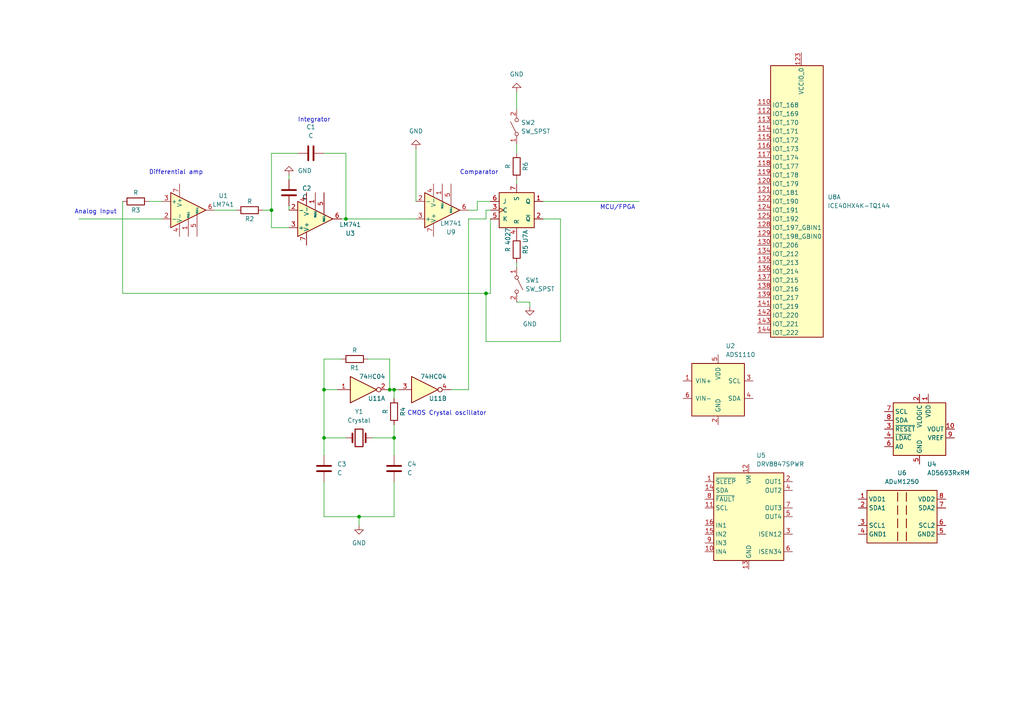
<source format=kicad_sch>
(kicad_sch (version 20230121) (generator eeschema)

  (uuid f614cbf0-87ce-4c8f-83d5-1eedf3f9f074)

  (paper "A4")

  (lib_symbols
    (symbol "4xxx:4027" (pin_names (offset 1.016)) (in_bom yes) (on_board yes)
      (property "Reference" "U" (at -7.62 8.89 0)
        (effects (font (size 1.27 1.27)))
      )
      (property "Value" "4027" (at -7.62 -8.89 0)
        (effects (font (size 1.27 1.27)))
      )
      (property "Footprint" "" (at 0 0 0)
        (effects (font (size 1.27 1.27)) hide)
      )
      (property "Datasheet" "http://www.intersil.com/content/dam/Intersil/documents/cd40/cd4027bms.pdf" (at 0 0 0)
        (effects (font (size 1.27 1.27)) hide)
      )
      (property "ki_locked" "" (at 0 0 0)
        (effects (font (size 1.27 1.27)))
      )
      (property "ki_keywords" "CMOS JK JKFF" (at 0 0 0)
        (effects (font (size 1.27 1.27)) hide)
      )
      (property "ki_description" "Dual JK FlipFlop, set & reset" (at 0 0 0)
        (effects (font (size 1.27 1.27)) hide)
      )
      (property "ki_fp_filters" "DIP*W7.62mm* SOIC*3.9x9.9mm*P1.27mm* TSSOP*4.4x5mm*P0.65mm*" (at 0 0 0)
        (effects (font (size 1.27 1.27)) hide)
      )
      (symbol "4027_1_1"
        (rectangle (start -5.08 5.08) (end 5.08 -5.08)
          (stroke (width 0.254) (type default))
          (fill (type background))
        )
        (pin output line (at 7.62 2.54 180) (length 2.54)
          (name "Q" (effects (font (size 1.27 1.27))))
          (number "1" (effects (font (size 1.27 1.27))))
        )
        (pin output line (at 7.62 -2.54 180) (length 2.54)
          (name "~{Q}" (effects (font (size 1.27 1.27))))
          (number "2" (effects (font (size 1.27 1.27))))
        )
        (pin input clock (at -7.62 0 0) (length 2.54)
          (name "C" (effects (font (size 1.27 1.27))))
          (number "3" (effects (font (size 1.27 1.27))))
        )
        (pin input line (at 0 -7.62 90) (length 2.54)
          (name "R" (effects (font (size 1.27 1.27))))
          (number "4" (effects (font (size 1.27 1.27))))
        )
        (pin input line (at -7.62 -2.54 0) (length 2.54)
          (name "K" (effects (font (size 1.27 1.27))))
          (number "5" (effects (font (size 1.27 1.27))))
        )
        (pin input line (at -7.62 2.54 0) (length 2.54)
          (name "J" (effects (font (size 1.27 1.27))))
          (number "6" (effects (font (size 1.27 1.27))))
        )
        (pin input line (at 0 7.62 270) (length 2.54)
          (name "S" (effects (font (size 1.27 1.27))))
          (number "7" (effects (font (size 1.27 1.27))))
        )
      )
      (symbol "4027_2_1"
        (rectangle (start -5.08 5.08) (end 5.08 -5.08)
          (stroke (width 0.254) (type default))
          (fill (type background))
        )
        (pin input line (at -7.62 2.54 0) (length 2.54)
          (name "J" (effects (font (size 1.27 1.27))))
          (number "10" (effects (font (size 1.27 1.27))))
        )
        (pin input line (at -7.62 -2.54 0) (length 2.54)
          (name "K" (effects (font (size 1.27 1.27))))
          (number "11" (effects (font (size 1.27 1.27))))
        )
        (pin input line (at 0 -7.62 90) (length 2.54)
          (name "R" (effects (font (size 1.27 1.27))))
          (number "12" (effects (font (size 1.27 1.27))))
        )
        (pin input clock (at -7.62 0 0) (length 2.54)
          (name "C" (effects (font (size 1.27 1.27))))
          (number "13" (effects (font (size 1.27 1.27))))
        )
        (pin output line (at 7.62 -2.54 180) (length 2.54)
          (name "~{Q}" (effects (font (size 1.27 1.27))))
          (number "14" (effects (font (size 1.27 1.27))))
        )
        (pin output line (at 7.62 2.54 180) (length 2.54)
          (name "Q" (effects (font (size 1.27 1.27))))
          (number "15" (effects (font (size 1.27 1.27))))
        )
        (pin input line (at 0 7.62 270) (length 2.54)
          (name "S" (effects (font (size 1.27 1.27))))
          (number "9" (effects (font (size 1.27 1.27))))
        )
      )
      (symbol "4027_3_0"
        (pin power_in line (at 0 10.16 270) (length 2.54)
          (name "VDD" (effects (font (size 1.27 1.27))))
          (number "16" (effects (font (size 1.27 1.27))))
        )
        (pin power_in line (at 0 -10.16 90) (length 2.54)
          (name "VSS" (effects (font (size 1.27 1.27))))
          (number "8" (effects (font (size 1.27 1.27))))
        )
      )
      (symbol "4027_3_1"
        (rectangle (start -5.08 7.62) (end 5.08 -7.62)
          (stroke (width 0.254) (type default))
          (fill (type background))
        )
      )
    )
    (symbol "74xx:74HC04" (in_bom yes) (on_board yes)
      (property "Reference" "U" (at 0 1.27 0)
        (effects (font (size 1.27 1.27)))
      )
      (property "Value" "74HC04" (at 0 -1.27 0)
        (effects (font (size 1.27 1.27)))
      )
      (property "Footprint" "" (at 0 0 0)
        (effects (font (size 1.27 1.27)) hide)
      )
      (property "Datasheet" "https://assets.nexperia.com/documents/data-sheet/74HC_HCT04.pdf" (at 0 0 0)
        (effects (font (size 1.27 1.27)) hide)
      )
      (property "ki_locked" "" (at 0 0 0)
        (effects (font (size 1.27 1.27)))
      )
      (property "ki_keywords" "HCMOS not inv" (at 0 0 0)
        (effects (font (size 1.27 1.27)) hide)
      )
      (property "ki_description" "Hex Inverter" (at 0 0 0)
        (effects (font (size 1.27 1.27)) hide)
      )
      (property "ki_fp_filters" "DIP*W7.62mm* SSOP?14* TSSOP?14*" (at 0 0 0)
        (effects (font (size 1.27 1.27)) hide)
      )
      (symbol "74HC04_1_0"
        (polyline
          (pts
            (xy -3.81 3.81)
            (xy -3.81 -3.81)
            (xy 3.81 0)
            (xy -3.81 3.81)
          )
          (stroke (width 0.254) (type default))
          (fill (type background))
        )
        (pin input line (at -7.62 0 0) (length 3.81)
          (name "~" (effects (font (size 1.27 1.27))))
          (number "1" (effects (font (size 1.27 1.27))))
        )
        (pin output inverted (at 7.62 0 180) (length 3.81)
          (name "~" (effects (font (size 1.27 1.27))))
          (number "2" (effects (font (size 1.27 1.27))))
        )
      )
      (symbol "74HC04_2_0"
        (polyline
          (pts
            (xy -3.81 3.81)
            (xy -3.81 -3.81)
            (xy 3.81 0)
            (xy -3.81 3.81)
          )
          (stroke (width 0.254) (type default))
          (fill (type background))
        )
        (pin input line (at -7.62 0 0) (length 3.81)
          (name "~" (effects (font (size 1.27 1.27))))
          (number "3" (effects (font (size 1.27 1.27))))
        )
        (pin output inverted (at 7.62 0 180) (length 3.81)
          (name "~" (effects (font (size 1.27 1.27))))
          (number "4" (effects (font (size 1.27 1.27))))
        )
      )
      (symbol "74HC04_3_0"
        (polyline
          (pts
            (xy -3.81 3.81)
            (xy -3.81 -3.81)
            (xy 3.81 0)
            (xy -3.81 3.81)
          )
          (stroke (width 0.254) (type default))
          (fill (type background))
        )
        (pin input line (at -7.62 0 0) (length 3.81)
          (name "~" (effects (font (size 1.27 1.27))))
          (number "5" (effects (font (size 1.27 1.27))))
        )
        (pin output inverted (at 7.62 0 180) (length 3.81)
          (name "~" (effects (font (size 1.27 1.27))))
          (number "6" (effects (font (size 1.27 1.27))))
        )
      )
      (symbol "74HC04_4_0"
        (polyline
          (pts
            (xy -3.81 3.81)
            (xy -3.81 -3.81)
            (xy 3.81 0)
            (xy -3.81 3.81)
          )
          (stroke (width 0.254) (type default))
          (fill (type background))
        )
        (pin output inverted (at 7.62 0 180) (length 3.81)
          (name "~" (effects (font (size 1.27 1.27))))
          (number "8" (effects (font (size 1.27 1.27))))
        )
        (pin input line (at -7.62 0 0) (length 3.81)
          (name "~" (effects (font (size 1.27 1.27))))
          (number "9" (effects (font (size 1.27 1.27))))
        )
      )
      (symbol "74HC04_5_0"
        (polyline
          (pts
            (xy -3.81 3.81)
            (xy -3.81 -3.81)
            (xy 3.81 0)
            (xy -3.81 3.81)
          )
          (stroke (width 0.254) (type default))
          (fill (type background))
        )
        (pin output inverted (at 7.62 0 180) (length 3.81)
          (name "~" (effects (font (size 1.27 1.27))))
          (number "10" (effects (font (size 1.27 1.27))))
        )
        (pin input line (at -7.62 0 0) (length 3.81)
          (name "~" (effects (font (size 1.27 1.27))))
          (number "11" (effects (font (size 1.27 1.27))))
        )
      )
      (symbol "74HC04_6_0"
        (polyline
          (pts
            (xy -3.81 3.81)
            (xy -3.81 -3.81)
            (xy 3.81 0)
            (xy -3.81 3.81)
          )
          (stroke (width 0.254) (type default))
          (fill (type background))
        )
        (pin output inverted (at 7.62 0 180) (length 3.81)
          (name "~" (effects (font (size 1.27 1.27))))
          (number "12" (effects (font (size 1.27 1.27))))
        )
        (pin input line (at -7.62 0 0) (length 3.81)
          (name "~" (effects (font (size 1.27 1.27))))
          (number "13" (effects (font (size 1.27 1.27))))
        )
      )
      (symbol "74HC04_7_0"
        (pin power_in line (at 0 12.7 270) (length 5.08)
          (name "VCC" (effects (font (size 1.27 1.27))))
          (number "14" (effects (font (size 1.27 1.27))))
        )
        (pin power_in line (at 0 -12.7 90) (length 5.08)
          (name "GND" (effects (font (size 1.27 1.27))))
          (number "7" (effects (font (size 1.27 1.27))))
        )
      )
      (symbol "74HC04_7_1"
        (rectangle (start -5.08 7.62) (end 5.08 -7.62)
          (stroke (width 0.254) (type default))
          (fill (type background))
        )
      )
    )
    (symbol "Amplifier_Operational:LM741" (pin_names (offset 0.127)) (in_bom yes) (on_board yes)
      (property "Reference" "U" (at 0 6.35 0)
        (effects (font (size 1.27 1.27)) (justify left))
      )
      (property "Value" "LM741" (at 0 3.81 0)
        (effects (font (size 1.27 1.27)) (justify left))
      )
      (property "Footprint" "" (at 1.27 1.27 0)
        (effects (font (size 1.27 1.27)) hide)
      )
      (property "Datasheet" "http://www.ti.com/lit/ds/symlink/lm741.pdf" (at 3.81 3.81 0)
        (effects (font (size 1.27 1.27)) hide)
      )
      (property "ki_keywords" "single opamp" (at 0 0 0)
        (effects (font (size 1.27 1.27)) hide)
      )
      (property "ki_description" "Operational Amplifier, DIP-8/TO-99-8" (at 0 0 0)
        (effects (font (size 1.27 1.27)) hide)
      )
      (property "ki_fp_filters" "SOIC*3.9x4.9mm*P1.27mm* DIP*W7.62mm* TSSOP*3x3mm*P0.65mm*" (at 0 0 0)
        (effects (font (size 1.27 1.27)) hide)
      )
      (symbol "LM741_0_1"
        (polyline
          (pts
            (xy -5.08 5.08)
            (xy 5.08 0)
            (xy -5.08 -5.08)
            (xy -5.08 5.08)
          )
          (stroke (width 0.254) (type default))
          (fill (type background))
        )
      )
      (symbol "LM741_1_1"
        (pin input line (at 0 -7.62 90) (length 5.08)
          (name "NULL" (effects (font (size 0.508 0.508))))
          (number "1" (effects (font (size 1.27 1.27))))
        )
        (pin input line (at -7.62 -2.54 0) (length 2.54)
          (name "-" (effects (font (size 1.27 1.27))))
          (number "2" (effects (font (size 1.27 1.27))))
        )
        (pin input line (at -7.62 2.54 0) (length 2.54)
          (name "+" (effects (font (size 1.27 1.27))))
          (number "3" (effects (font (size 1.27 1.27))))
        )
        (pin power_in line (at -2.54 -7.62 90) (length 3.81)
          (name "V-" (effects (font (size 1.27 1.27))))
          (number "4" (effects (font (size 1.27 1.27))))
        )
        (pin input line (at 2.54 -7.62 90) (length 6.35)
          (name "NULL" (effects (font (size 0.508 0.508))))
          (number "5" (effects (font (size 1.27 1.27))))
        )
        (pin output line (at 7.62 0 180) (length 2.54)
          (name "~" (effects (font (size 1.27 1.27))))
          (number "6" (effects (font (size 1.27 1.27))))
        )
        (pin power_in line (at -2.54 7.62 270) (length 3.81)
          (name "V+" (effects (font (size 1.27 1.27))))
          (number "7" (effects (font (size 1.27 1.27))))
        )
        (pin no_connect line (at 0 2.54 270) (length 2.54) hide
          (name "NC" (effects (font (size 1.27 1.27))))
          (number "8" (effects (font (size 1.27 1.27))))
        )
      )
    )
    (symbol "Analog_ADC:ADS1110" (pin_names (offset 1.016)) (in_bom yes) (on_board yes)
      (property "Reference" "U" (at -7.62 8.89 0)
        (effects (font (size 1.27 1.27)) (justify left))
      )
      (property "Value" "ADS1110" (at 1.27 8.89 0)
        (effects (font (size 1.27 1.27)) (justify left))
      )
      (property "Footprint" "Package_TO_SOT_SMD:SOT-23-6" (at 11.43 8.89 0)
        (effects (font (size 1.27 1.27)) (justify left) hide)
      )
      (property "Datasheet" "http://www.ti.com/lit/ds/symlink/ads1110.pdf" (at -7.62 8.89 0)
        (effects (font (size 1.27 1.27)) hide)
      )
      (property "ki_keywords" "16 Bit Analog to digital converter ADC" (at 0 0 0)
        (effects (font (size 1.27 1.27)) hide)
      )
      (property "ki_description" "16 Bit Analog to Digital converter with on board reference" (at 0 0 0)
        (effects (font (size 1.27 1.27)) hide)
      )
      (property "ki_fp_filters" "SOT?23*" (at 0 0 0)
        (effects (font (size 1.27 1.27)) hide)
      )
      (symbol "ADS1110_0_1"
        (rectangle (start -7.62 7.62) (end 7.62 -7.62)
          (stroke (width 0.254) (type default))
          (fill (type background))
        )
      )
      (symbol "ADS1110_1_1"
        (pin input line (at -10.16 2.54 0) (length 2.54)
          (name "VIN+" (effects (font (size 1.27 1.27))))
          (number "1" (effects (font (size 1.27 1.27))))
        )
        (pin power_in line (at 0 -10.16 90) (length 2.54)
          (name "GND" (effects (font (size 1.27 1.27))))
          (number "2" (effects (font (size 1.27 1.27))))
        )
        (pin input line (at 10.16 2.54 180) (length 2.54)
          (name "SCL" (effects (font (size 1.27 1.27))))
          (number "3" (effects (font (size 1.27 1.27))))
        )
        (pin bidirectional line (at 10.16 -2.54 180) (length 2.54)
          (name "SDA" (effects (font (size 1.27 1.27))))
          (number "4" (effects (font (size 1.27 1.27))))
        )
        (pin power_in line (at 0 10.16 270) (length 2.54)
          (name "VDD" (effects (font (size 1.27 1.27))))
          (number "5" (effects (font (size 1.27 1.27))))
        )
        (pin input line (at -10.16 -2.54 0) (length 2.54)
          (name "VIN-" (effects (font (size 1.27 1.27))))
          (number "6" (effects (font (size 1.27 1.27))))
        )
      )
    )
    (symbol "Analog_DAC:AD5693RxRM" (in_bom yes) (on_board yes)
      (property "Reference" "U" (at 8.89 6.35 0)
        (effects (font (size 1.27 1.27)) (justify left))
      )
      (property "Value" "AD5693RxRM" (at 8.89 3.81 0)
        (effects (font (size 1.27 1.27)) (justify left))
      )
      (property "Footprint" "Package_SO:MSOP-10_3x3mm_P0.5mm" (at 33.02 -8.89 0)
        (effects (font (size 1.27 1.27)) hide)
      )
      (property "Datasheet" "https://www.analog.com/media/en/technical-documentation/data-sheets/AD5693R_5692R_5691R_5693.pdf" (at 8.89 6.35 0)
        (effects (font (size 1.27 1.27)) hide)
      )
      (property "ki_keywords" "serial DAC i2c digital analog converter" (at 0 0 0)
        (effects (font (size 1.27 1.27)) hide)
      )
      (property "ki_description" "Tiny, 16-Bit, I2C, nanoDAC+, 2 ppm/°C Reference, MSOP-10" (at 0 0 0)
        (effects (font (size 1.27 1.27)) hide)
      )
      (property "ki_fp_filters" "MSOP*3x3mm*P0.5mm*" (at 0 0 0)
        (effects (font (size 1.27 1.27)) hide)
      )
      (symbol "AD5693RxRM_0_1"
        (rectangle (start -7.62 7.62) (end 7.62 -7.62)
          (stroke (width 0.254) (type default))
          (fill (type background))
        )
      )
      (symbol "AD5693RxRM_1_1"
        (pin power_in line (at 2.54 10.16 270) (length 2.54)
          (name "VDD" (effects (font (size 1.27 1.27))))
          (number "1" (effects (font (size 1.27 1.27))))
        )
        (pin output line (at 10.16 0 180) (length 2.54)
          (name "VOUT" (effects (font (size 1.27 1.27))))
          (number "10" (effects (font (size 1.27 1.27))))
        )
        (pin power_in line (at 0 10.16 270) (length 2.54)
          (name "VLOGIC" (effects (font (size 1.27 1.27))))
          (number "2" (effects (font (size 1.27 1.27))))
        )
        (pin input line (at -10.16 0 0) (length 2.54)
          (name "~{RESET}" (effects (font (size 1.27 1.27))))
          (number "3" (effects (font (size 1.27 1.27))))
        )
        (pin input line (at -10.16 -2.54 0) (length 2.54)
          (name "~{LDAC}" (effects (font (size 1.27 1.27))))
          (number "4" (effects (font (size 1.27 1.27))))
        )
        (pin power_in line (at 0 -10.16 90) (length 2.54)
          (name "GND" (effects (font (size 1.27 1.27))))
          (number "5" (effects (font (size 1.27 1.27))))
        )
        (pin input line (at -10.16 -5.08 0) (length 2.54)
          (name "A0" (effects (font (size 1.27 1.27))))
          (number "6" (effects (font (size 1.27 1.27))))
        )
        (pin input line (at -10.16 5.08 0) (length 2.54)
          (name "SCL" (effects (font (size 1.27 1.27))))
          (number "7" (effects (font (size 1.27 1.27))))
        )
        (pin bidirectional line (at -10.16 2.54 0) (length 2.54)
          (name "SDA" (effects (font (size 1.27 1.27))))
          (number "8" (effects (font (size 1.27 1.27))))
        )
        (pin passive line (at 10.16 -2.54 180) (length 2.54)
          (name "VREF" (effects (font (size 1.27 1.27))))
          (number "9" (effects (font (size 1.27 1.27))))
        )
      )
    )
    (symbol "Device:C" (pin_numbers hide) (pin_names (offset 0.254)) (in_bom yes) (on_board yes)
      (property "Reference" "C" (at 0.635 2.54 0)
        (effects (font (size 1.27 1.27)) (justify left))
      )
      (property "Value" "C" (at 0.635 -2.54 0)
        (effects (font (size 1.27 1.27)) (justify left))
      )
      (property "Footprint" "" (at 0.9652 -3.81 0)
        (effects (font (size 1.27 1.27)) hide)
      )
      (property "Datasheet" "~" (at 0 0 0)
        (effects (font (size 1.27 1.27)) hide)
      )
      (property "ki_keywords" "cap capacitor" (at 0 0 0)
        (effects (font (size 1.27 1.27)) hide)
      )
      (property "ki_description" "Unpolarized capacitor" (at 0 0 0)
        (effects (font (size 1.27 1.27)) hide)
      )
      (property "ki_fp_filters" "C_*" (at 0 0 0)
        (effects (font (size 1.27 1.27)) hide)
      )
      (symbol "C_0_1"
        (polyline
          (pts
            (xy -2.032 -0.762)
            (xy 2.032 -0.762)
          )
          (stroke (width 0.508) (type default))
          (fill (type none))
        )
        (polyline
          (pts
            (xy -2.032 0.762)
            (xy 2.032 0.762)
          )
          (stroke (width 0.508) (type default))
          (fill (type none))
        )
      )
      (symbol "C_1_1"
        (pin passive line (at 0 3.81 270) (length 2.794)
          (name "~" (effects (font (size 1.27 1.27))))
          (number "1" (effects (font (size 1.27 1.27))))
        )
        (pin passive line (at 0 -3.81 90) (length 2.794)
          (name "~" (effects (font (size 1.27 1.27))))
          (number "2" (effects (font (size 1.27 1.27))))
        )
      )
    )
    (symbol "Device:Crystal" (pin_numbers hide) (pin_names (offset 1.016) hide) (in_bom yes) (on_board yes)
      (property "Reference" "Y" (at 0 3.81 0)
        (effects (font (size 1.27 1.27)))
      )
      (property "Value" "Crystal" (at 0 -3.81 0)
        (effects (font (size 1.27 1.27)))
      )
      (property "Footprint" "" (at 0 0 0)
        (effects (font (size 1.27 1.27)) hide)
      )
      (property "Datasheet" "~" (at 0 0 0)
        (effects (font (size 1.27 1.27)) hide)
      )
      (property "ki_keywords" "quartz ceramic resonator oscillator" (at 0 0 0)
        (effects (font (size 1.27 1.27)) hide)
      )
      (property "ki_description" "Two pin crystal" (at 0 0 0)
        (effects (font (size 1.27 1.27)) hide)
      )
      (property "ki_fp_filters" "Crystal*" (at 0 0 0)
        (effects (font (size 1.27 1.27)) hide)
      )
      (symbol "Crystal_0_1"
        (rectangle (start -1.143 2.54) (end 1.143 -2.54)
          (stroke (width 0.3048) (type default))
          (fill (type none))
        )
        (polyline
          (pts
            (xy -2.54 0)
            (xy -1.905 0)
          )
          (stroke (width 0) (type default))
          (fill (type none))
        )
        (polyline
          (pts
            (xy -1.905 -1.27)
            (xy -1.905 1.27)
          )
          (stroke (width 0.508) (type default))
          (fill (type none))
        )
        (polyline
          (pts
            (xy 1.905 -1.27)
            (xy 1.905 1.27)
          )
          (stroke (width 0.508) (type default))
          (fill (type none))
        )
        (polyline
          (pts
            (xy 2.54 0)
            (xy 1.905 0)
          )
          (stroke (width 0) (type default))
          (fill (type none))
        )
      )
      (symbol "Crystal_1_1"
        (pin passive line (at -3.81 0 0) (length 1.27)
          (name "1" (effects (font (size 1.27 1.27))))
          (number "1" (effects (font (size 1.27 1.27))))
        )
        (pin passive line (at 3.81 0 180) (length 1.27)
          (name "2" (effects (font (size 1.27 1.27))))
          (number "2" (effects (font (size 1.27 1.27))))
        )
      )
    )
    (symbol "Device:R" (pin_numbers hide) (pin_names (offset 0)) (in_bom yes) (on_board yes)
      (property "Reference" "R" (at 2.032 0 90)
        (effects (font (size 1.27 1.27)))
      )
      (property "Value" "R" (at 0 0 90)
        (effects (font (size 1.27 1.27)))
      )
      (property "Footprint" "" (at -1.778 0 90)
        (effects (font (size 1.27 1.27)) hide)
      )
      (property "Datasheet" "~" (at 0 0 0)
        (effects (font (size 1.27 1.27)) hide)
      )
      (property "ki_keywords" "R res resistor" (at 0 0 0)
        (effects (font (size 1.27 1.27)) hide)
      )
      (property "ki_description" "Resistor" (at 0 0 0)
        (effects (font (size 1.27 1.27)) hide)
      )
      (property "ki_fp_filters" "R_*" (at 0 0 0)
        (effects (font (size 1.27 1.27)) hide)
      )
      (symbol "R_0_1"
        (rectangle (start -1.016 -2.54) (end 1.016 2.54)
          (stroke (width 0.254) (type default))
          (fill (type none))
        )
      )
      (symbol "R_1_1"
        (pin passive line (at 0 3.81 270) (length 1.27)
          (name "~" (effects (font (size 1.27 1.27))))
          (number "1" (effects (font (size 1.27 1.27))))
        )
        (pin passive line (at 0 -3.81 90) (length 1.27)
          (name "~" (effects (font (size 1.27 1.27))))
          (number "2" (effects (font (size 1.27 1.27))))
        )
      )
    )
    (symbol "Driver_Motor:DRV8847SPWR" (in_bom yes) (on_board yes)
      (property "Reference" "U" (at -8.89 13.97 0)
        (effects (font (size 1.27 1.27)))
      )
      (property "Value" "DRV8847SPWR" (at 8.89 13.97 0)
        (effects (font (size 1.27 1.27)))
      )
      (property "Footprint" "Package_SO:TSSOP-16_4.4x5mm_P0.65mm" (at 0 16.51 0)
        (effects (font (size 1.27 1.27)) hide)
      )
      (property "Datasheet" "https://www.ti.com/lit/ds/symlink/drv8847.pdf" (at 0 0 0)
        (effects (font (size 1.27 1.27)) hide)
      )
      (property "ki_keywords" "Dual H-Bridge motor driver" (at 0 0 0)
        (effects (font (size 1.27 1.27)) hide)
      )
      (property "ki_description" "Dual H-Bridge Motor Driver, 1A, I2C Interface, TSSOP-16" (at 0 0 0)
        (effects (font (size 1.27 1.27)) hide)
      )
      (property "ki_fp_filters" "TSSOP*4.4x5mm*P0.65mm*" (at 0 0 0)
        (effects (font (size 1.27 1.27)) hide)
      )
      (symbol "DRV8847SPWR_0_1"
        (rectangle (start -10.16 -12.7) (end 10.16 12.7)
          (stroke (width 0.254) (type default))
          (fill (type background))
        )
      )
      (symbol "DRV8847SPWR_1_1"
        (pin input line (at -12.7 10.16 0) (length 2.54)
          (name "~{SLEEP}" (effects (font (size 1.27 1.27))))
          (number "1" (effects (font (size 1.27 1.27))))
        )
        (pin input line (at -12.7 -10.16 0) (length 2.54)
          (name "IN4" (effects (font (size 1.27 1.27))))
          (number "10" (effects (font (size 1.27 1.27))))
        )
        (pin input line (at -12.7 2.54 0) (length 2.54)
          (name "SCL" (effects (font (size 1.27 1.27))))
          (number "11" (effects (font (size 1.27 1.27))))
        )
        (pin power_in line (at 0 15.24 270) (length 2.54)
          (name "VM" (effects (font (size 1.27 1.27))))
          (number "12" (effects (font (size 1.27 1.27))))
        )
        (pin power_in line (at 0 -15.24 90) (length 2.54)
          (name "GND" (effects (font (size 1.27 1.27))))
          (number "13" (effects (font (size 1.27 1.27))))
        )
        (pin bidirectional line (at -12.7 7.62 0) (length 2.54)
          (name "SDA" (effects (font (size 1.27 1.27))))
          (number "14" (effects (font (size 1.27 1.27))))
        )
        (pin input line (at -12.7 -5.08 0) (length 2.54)
          (name "IN2" (effects (font (size 1.27 1.27))))
          (number "15" (effects (font (size 1.27 1.27))))
        )
        (pin input line (at -12.7 -2.54 0) (length 2.54)
          (name "IN1" (effects (font (size 1.27 1.27))))
          (number "16" (effects (font (size 1.27 1.27))))
        )
        (pin output line (at 12.7 10.16 180) (length 2.54)
          (name "OUT1" (effects (font (size 1.27 1.27))))
          (number "2" (effects (font (size 1.27 1.27))))
        )
        (pin passive line (at 12.7 -5.08 180) (length 2.54)
          (name "ISEN12" (effects (font (size 1.27 1.27))))
          (number "3" (effects (font (size 1.27 1.27))))
        )
        (pin output line (at 12.7 7.62 180) (length 2.54)
          (name "OUT2" (effects (font (size 1.27 1.27))))
          (number "4" (effects (font (size 1.27 1.27))))
        )
        (pin output line (at 12.7 0 180) (length 2.54)
          (name "OUT4" (effects (font (size 1.27 1.27))))
          (number "5" (effects (font (size 1.27 1.27))))
        )
        (pin passive line (at 12.7 -10.16 180) (length 2.54)
          (name "ISEN34" (effects (font (size 1.27 1.27))))
          (number "6" (effects (font (size 1.27 1.27))))
        )
        (pin output line (at 12.7 2.54 180) (length 2.54)
          (name "OUT3" (effects (font (size 1.27 1.27))))
          (number "7" (effects (font (size 1.27 1.27))))
        )
        (pin open_collector line (at -12.7 5.08 0) (length 2.54)
          (name "~{FAULT}" (effects (font (size 1.27 1.27))))
          (number "8" (effects (font (size 1.27 1.27))))
        )
        (pin input line (at -12.7 -7.62 0) (length 2.54)
          (name "IN3" (effects (font (size 1.27 1.27))))
          (number "9" (effects (font (size 1.27 1.27))))
        )
      )
    )
    (symbol "FPGA_Lattice:ICE40HX4K-TQ144" (in_bom yes) (on_board yes)
      (property "Reference" "U" (at 12.7 53.34 0)
        (effects (font (size 1.27 1.27)) (justify right))
      )
      (property "Value" "ICE40HX4K-TQ144" (at 30.48 48.26 0)
        (effects (font (size 1.27 1.27)) (justify right))
      )
      (property "Footprint" "Package_QFP:TQFP-144_20x20mm_P0.5mm" (at 25.4 -48.26 0)
        (effects (font (size 1.27 1.27)) (justify right) hide)
      )
      (property "Datasheet" "http://www.latticesemi.com/Products/FPGAandCPLD/iCE40" (at -25.4 63.5 0)
        (effects (font (size 1.27 1.27)) hide)
      )
      (property "ki_locked" "" (at 0 0 0)
        (effects (font (size 1.27 1.27)))
      )
      (property "ki_keywords" "FPGA programmable logic" (at 0 0 0)
        (effects (font (size 1.27 1.27)) hide)
      )
      (property "ki_description" "iCE40 HX FPGA, 3520 LUTs, 1.2V, TQFP-144" (at 0 0 0)
        (effects (font (size 1.27 1.27)) hide)
      )
      (property "ki_fp_filters" "TQFP*20x20mm*P0.5mm*" (at 0 0 0)
        (effects (font (size 1.27 1.27)) hide)
      )
      (symbol "ICE40HX4K-TQ144_1_1"
        (rectangle (start -8.89 41.91) (end 6.35 -36.83)
          (stroke (width 0.254) (type default))
          (fill (type background))
        )
        (pin bidirectional line (at -12.7 30.48 0) (length 3.81)
          (name "IOT_168" (effects (font (size 1.27 1.27))))
          (number "110" (effects (font (size 1.27 1.27))))
        )
        (pin bidirectional line (at -12.7 27.94 0) (length 3.81)
          (name "IOT_169" (effects (font (size 1.27 1.27))))
          (number "112" (effects (font (size 1.27 1.27))))
        )
        (pin bidirectional line (at -12.7 25.4 0) (length 3.81)
          (name "IOT_170" (effects (font (size 1.27 1.27))))
          (number "113" (effects (font (size 1.27 1.27))))
        )
        (pin bidirectional line (at -12.7 22.86 0) (length 3.81)
          (name "IOT_171" (effects (font (size 1.27 1.27))))
          (number "114" (effects (font (size 1.27 1.27))))
        )
        (pin bidirectional line (at -12.7 20.32 0) (length 3.81)
          (name "IOT_172" (effects (font (size 1.27 1.27))))
          (number "115" (effects (font (size 1.27 1.27))))
        )
        (pin bidirectional line (at -12.7 17.78 0) (length 3.81)
          (name "IOT_173" (effects (font (size 1.27 1.27))))
          (number "116" (effects (font (size 1.27 1.27))))
        )
        (pin bidirectional line (at -12.7 15.24 0) (length 3.81)
          (name "IOT_174" (effects (font (size 1.27 1.27))))
          (number "117" (effects (font (size 1.27 1.27))))
        )
        (pin bidirectional line (at -12.7 12.7 0) (length 3.81)
          (name "IOT_177" (effects (font (size 1.27 1.27))))
          (number "118" (effects (font (size 1.27 1.27))))
        )
        (pin bidirectional line (at -12.7 10.16 0) (length 3.81)
          (name "IOT_178" (effects (font (size 1.27 1.27))))
          (number "119" (effects (font (size 1.27 1.27))))
        )
        (pin bidirectional line (at -12.7 7.62 0) (length 3.81)
          (name "IOT_179" (effects (font (size 1.27 1.27))))
          (number "120" (effects (font (size 1.27 1.27))))
        )
        (pin bidirectional line (at -12.7 5.08 0) (length 3.81)
          (name "IOT_181" (effects (font (size 1.27 1.27))))
          (number "121" (effects (font (size 1.27 1.27))))
        )
        (pin bidirectional line (at -12.7 2.54 0) (length 3.81)
          (name "IOT_190" (effects (font (size 1.27 1.27))))
          (number "122" (effects (font (size 1.27 1.27))))
        )
        (pin power_in line (at 0 45.72 270) (length 3.81)
          (name "VCCIO_0" (effects (font (size 1.27 1.27))))
          (number "123" (effects (font (size 1.27 1.27))))
        )
        (pin bidirectional line (at -12.7 0 0) (length 3.81)
          (name "IOT_191" (effects (font (size 1.27 1.27))))
          (number "124" (effects (font (size 1.27 1.27))))
        )
        (pin bidirectional line (at -12.7 -2.54 0) (length 3.81)
          (name "IOT_192" (effects (font (size 1.27 1.27))))
          (number "125" (effects (font (size 1.27 1.27))))
        )
        (pin bidirectional line (at -12.7 -5.08 0) (length 3.81)
          (name "IOT_197_GBIN1" (effects (font (size 1.27 1.27))))
          (number "128" (effects (font (size 1.27 1.27))))
        )
        (pin bidirectional line (at -12.7 -7.62 0) (length 3.81)
          (name "IOT_198_GBIN0" (effects (font (size 1.27 1.27))))
          (number "129" (effects (font (size 1.27 1.27))))
        )
        (pin bidirectional line (at -12.7 -10.16 0) (length 3.81)
          (name "IOT_206" (effects (font (size 1.27 1.27))))
          (number "130" (effects (font (size 1.27 1.27))))
        )
        (pin passive line (at 0 45.72 270) (length 3.81) hide
          (name "VCCIO_0" (effects (font (size 1.27 1.27))))
          (number "131" (effects (font (size 1.27 1.27))))
        )
        (pin bidirectional line (at -12.7 -12.7 0) (length 3.81)
          (name "IOT_212" (effects (font (size 1.27 1.27))))
          (number "134" (effects (font (size 1.27 1.27))))
        )
        (pin bidirectional line (at -12.7 -15.24 0) (length 3.81)
          (name "IOT_213" (effects (font (size 1.27 1.27))))
          (number "135" (effects (font (size 1.27 1.27))))
        )
        (pin bidirectional line (at -12.7 -17.78 0) (length 3.81)
          (name "IOT_214" (effects (font (size 1.27 1.27))))
          (number "136" (effects (font (size 1.27 1.27))))
        )
        (pin bidirectional line (at -12.7 -20.32 0) (length 3.81)
          (name "IOT_215" (effects (font (size 1.27 1.27))))
          (number "137" (effects (font (size 1.27 1.27))))
        )
        (pin bidirectional line (at -12.7 -22.86 0) (length 3.81)
          (name "IOT_216" (effects (font (size 1.27 1.27))))
          (number "138" (effects (font (size 1.27 1.27))))
        )
        (pin bidirectional line (at -12.7 -25.4 0) (length 3.81)
          (name "IOT_217" (effects (font (size 1.27 1.27))))
          (number "139" (effects (font (size 1.27 1.27))))
        )
        (pin bidirectional line (at -12.7 -27.94 0) (length 3.81)
          (name "IOT_219" (effects (font (size 1.27 1.27))))
          (number "141" (effects (font (size 1.27 1.27))))
        )
        (pin bidirectional line (at -12.7 -30.48 0) (length 3.81)
          (name "IOT_220" (effects (font (size 1.27 1.27))))
          (number "142" (effects (font (size 1.27 1.27))))
        )
        (pin bidirectional line (at -12.7 -33.02 0) (length 3.81)
          (name "IOT_221" (effects (font (size 1.27 1.27))))
          (number "143" (effects (font (size 1.27 1.27))))
        )
        (pin bidirectional line (at -12.7 -35.56 0) (length 3.81)
          (name "IOT_222" (effects (font (size 1.27 1.27))))
          (number "144" (effects (font (size 1.27 1.27))))
        )
      )
      (symbol "ICE40HX4K-TQ144_2_1"
        (rectangle (start -8.89 44.45) (end 6.35 -39.37)
          (stroke (width 0.254) (type default))
          (fill (type background))
        )
        (pin passive line (at 0 48.26 270) (length 3.81) hide
          (name "VCCIO_1" (effects (font (size 1.27 1.27))))
          (number "100" (effects (font (size 1.27 1.27))))
        )
        (pin bidirectional line (at -12.7 -25.4 0) (length 3.81)
          (name "IOR_160" (effects (font (size 1.27 1.27))))
          (number "101" (effects (font (size 1.27 1.27))))
        )
        (pin bidirectional line (at -12.7 -27.94 0) (length 3.81)
          (name "IOR_161" (effects (font (size 1.27 1.27))))
          (number "102" (effects (font (size 1.27 1.27))))
        )
        (pin bidirectional line (at -12.7 -30.48 0) (length 3.81)
          (name "IOR_164" (effects (font (size 1.27 1.27))))
          (number "104" (effects (font (size 1.27 1.27))))
        )
        (pin bidirectional line (at -12.7 -33.02 0) (length 3.81)
          (name "IOR_165" (effects (font (size 1.27 1.27))))
          (number "105" (effects (font (size 1.27 1.27))))
        )
        (pin bidirectional line (at -12.7 -35.56 0) (length 3.81)
          (name "IOR_166" (effects (font (size 1.27 1.27))))
          (number "106" (effects (font (size 1.27 1.27))))
        )
        (pin bidirectional line (at -12.7 -38.1 0) (length 3.81)
          (name "IOR_167" (effects (font (size 1.27 1.27))))
          (number "107" (effects (font (size 1.27 1.27))))
        )
        (pin bidirectional line (at -12.7 33.02 0) (length 3.81)
          (name "IOR_109" (effects (font (size 1.27 1.27))))
          (number "73" (effects (font (size 1.27 1.27))))
        )
        (pin bidirectional line (at -12.7 30.48 0) (length 3.81)
          (name "IOR_110" (effects (font (size 1.27 1.27))))
          (number "74" (effects (font (size 1.27 1.27))))
        )
        (pin bidirectional line (at -12.7 27.94 0) (length 3.81)
          (name "IOR_111" (effects (font (size 1.27 1.27))))
          (number "75" (effects (font (size 1.27 1.27))))
        )
        (pin bidirectional line (at -12.7 25.4 0) (length 3.81)
          (name "IOR_112" (effects (font (size 1.27 1.27))))
          (number "76" (effects (font (size 1.27 1.27))))
        )
        (pin bidirectional line (at -12.7 22.86 0) (length 3.81)
          (name "IOR_114" (effects (font (size 1.27 1.27))))
          (number "78" (effects (font (size 1.27 1.27))))
        )
        (pin bidirectional line (at -12.7 20.32 0) (length 3.81)
          (name "IOR_115" (effects (font (size 1.27 1.27))))
          (number "79" (effects (font (size 1.27 1.27))))
        )
        (pin bidirectional line (at -12.7 17.78 0) (length 3.81)
          (name "IOR_116" (effects (font (size 1.27 1.27))))
          (number "80" (effects (font (size 1.27 1.27))))
        )
        (pin bidirectional line (at -12.7 15.24 0) (length 3.81)
          (name "IOR_117" (effects (font (size 1.27 1.27))))
          (number "81" (effects (font (size 1.27 1.27))))
        )
        (pin bidirectional line (at -12.7 12.7 0) (length 3.81)
          (name "IOR_118" (effects (font (size 1.27 1.27))))
          (number "82" (effects (font (size 1.27 1.27))))
        )
        (pin bidirectional line (at -12.7 10.16 0) (length 3.81)
          (name "IOR_119" (effects (font (size 1.27 1.27))))
          (number "83" (effects (font (size 1.27 1.27))))
        )
        (pin bidirectional line (at -12.7 7.62 0) (length 3.81)
          (name "IOR_120" (effects (font (size 1.27 1.27))))
          (number "84" (effects (font (size 1.27 1.27))))
        )
        (pin bidirectional line (at -12.7 5.08 0) (length 3.81)
          (name "IOR_128" (effects (font (size 1.27 1.27))))
          (number "85" (effects (font (size 1.27 1.27))))
        )
        (pin bidirectional line (at -12.7 2.54 0) (length 3.81)
          (name "IOR_136" (effects (font (size 1.27 1.27))))
          (number "87" (effects (font (size 1.27 1.27))))
        )
        (pin bidirectional line (at -12.7 0 0) (length 3.81)
          (name "IOR_137" (effects (font (size 1.27 1.27))))
          (number "88" (effects (font (size 1.27 1.27))))
        )
        (pin power_in line (at 0 48.26 270) (length 3.81)
          (name "VCCIO_1" (effects (font (size 1.27 1.27))))
          (number "89" (effects (font (size 1.27 1.27))))
        )
        (pin bidirectional line (at -12.7 -2.54 0) (length 3.81)
          (name "IOR_138" (effects (font (size 1.27 1.27))))
          (number "90" (effects (font (size 1.27 1.27))))
        )
        (pin bidirectional line (at -12.7 -5.08 0) (length 3.81)
          (name "IOR_139" (effects (font (size 1.27 1.27))))
          (number "91" (effects (font (size 1.27 1.27))))
        )
        (pin bidirectional line (at -12.7 -7.62 0) (length 3.81)
          (name "IOR_140_GBIN3" (effects (font (size 1.27 1.27))))
          (number "93" (effects (font (size 1.27 1.27))))
        )
        (pin bidirectional line (at -12.7 -10.16 0) (length 3.81)
          (name "IOR_141_GBIN2" (effects (font (size 1.27 1.27))))
          (number "94" (effects (font (size 1.27 1.27))))
        )
        (pin bidirectional line (at -12.7 -12.7 0) (length 3.81)
          (name "IOR_144" (effects (font (size 1.27 1.27))))
          (number "95" (effects (font (size 1.27 1.27))))
        )
        (pin bidirectional line (at -12.7 -15.24 0) (length 3.81)
          (name "IOR_146" (effects (font (size 1.27 1.27))))
          (number "96" (effects (font (size 1.27 1.27))))
        )
        (pin bidirectional line (at -12.7 -17.78 0) (length 3.81)
          (name "IOR_147" (effects (font (size 1.27 1.27))))
          (number "97" (effects (font (size 1.27 1.27))))
        )
        (pin bidirectional line (at -12.7 -20.32 0) (length 3.81)
          (name "IOR_148" (effects (font (size 1.27 1.27))))
          (number "98" (effects (font (size 1.27 1.27))))
        )
        (pin bidirectional line (at -12.7 -22.86 0) (length 3.81)
          (name "IOR_152" (effects (font (size 1.27 1.27))))
          (number "99" (effects (font (size 1.27 1.27))))
        )
      )
      (symbol "ICE40HX4K-TQ144_3_1"
        (rectangle (start -8.89 31.75) (end 7.62 -26.67)
          (stroke (width 0.254) (type default))
          (fill (type background))
        )
        (pin bidirectional line (at -12.7 20.32 0) (length 3.81)
          (name "IOB_56" (effects (font (size 1.27 1.27))))
          (number "37" (effects (font (size 1.27 1.27))))
        )
        (pin bidirectional line (at -12.7 17.78 0) (length 3.81)
          (name "IOB_57" (effects (font (size 1.27 1.27))))
          (number "38" (effects (font (size 1.27 1.27))))
        )
        (pin bidirectional line (at -12.7 15.24 0) (length 3.81)
          (name "IOB_61" (effects (font (size 1.27 1.27))))
          (number "39" (effects (font (size 1.27 1.27))))
        )
        (pin bidirectional line (at -12.7 12.7 0) (length 3.81)
          (name "IOB_63" (effects (font (size 1.27 1.27))))
          (number "41" (effects (font (size 1.27 1.27))))
        )
        (pin bidirectional line (at -12.7 10.16 0) (length 3.81)
          (name "IOB_64" (effects (font (size 1.27 1.27))))
          (number "42" (effects (font (size 1.27 1.27))))
        )
        (pin bidirectional line (at -12.7 7.62 0) (length 3.81)
          (name "IOB_71" (effects (font (size 1.27 1.27))))
          (number "43" (effects (font (size 1.27 1.27))))
        )
        (pin bidirectional line (at -12.7 5.08 0) (length 3.81)
          (name "IOB_72" (effects (font (size 1.27 1.27))))
          (number "44" (effects (font (size 1.27 1.27))))
        )
        (pin bidirectional line (at -12.7 2.54 0) (length 3.81)
          (name "IOB_73" (effects (font (size 1.27 1.27))))
          (number "45" (effects (font (size 1.27 1.27))))
        )
        (pin power_in line (at 0 35.56 270) (length 3.81)
          (name "VCCIO_2" (effects (font (size 1.27 1.27))))
          (number "46" (effects (font (size 1.27 1.27))))
        )
        (pin bidirectional line (at -12.7 0 0) (length 3.81)
          (name "IOB_79" (effects (font (size 1.27 1.27))))
          (number "47" (effects (font (size 1.27 1.27))))
        )
        (pin bidirectional line (at -12.7 -2.54 0) (length 3.81)
          (name "IOB_80" (effects (font (size 1.27 1.27))))
          (number "48" (effects (font (size 1.27 1.27))))
        )
        (pin bidirectional line (at -12.7 -5.08 0) (length 3.81)
          (name "IOB_81_GBIN5" (effects (font (size 1.27 1.27))))
          (number "49" (effects (font (size 1.27 1.27))))
        )
        (pin bidirectional line (at -12.7 -7.62 0) (length 3.81)
          (name "IOB_82_GBIN4" (effects (font (size 1.27 1.27))))
          (number "52" (effects (font (size 1.27 1.27))))
        )
        (pin bidirectional line (at -12.7 -10.16 0) (length 3.81)
          (name "IOB_91" (effects (font (size 1.27 1.27))))
          (number "55" (effects (font (size 1.27 1.27))))
        )
        (pin bidirectional line (at -12.7 -12.7 0) (length 3.81)
          (name "IOB_94" (effects (font (size 1.27 1.27))))
          (number "56" (effects (font (size 1.27 1.27))))
        )
        (pin passive line (at 0 35.56 270) (length 3.81) hide
          (name "VCCIO_2" (effects (font (size 1.27 1.27))))
          (number "57" (effects (font (size 1.27 1.27))))
        )
        (pin bidirectional line (at -12.7 -15.24 0) (length 3.81)
          (name "IOB_95" (effects (font (size 1.27 1.27))))
          (number "60" (effects (font (size 1.27 1.27))))
        )
        (pin bidirectional line (at -12.7 -17.78 0) (length 3.81)
          (name "IOB_96" (effects (font (size 1.27 1.27))))
          (number "61" (effects (font (size 1.27 1.27))))
        )
        (pin bidirectional line (at -12.7 -20.32 0) (length 3.81)
          (name "IOB_102" (effects (font (size 1.27 1.27))))
          (number "62" (effects (font (size 1.27 1.27))))
        )
        (pin bidirectional line (at -12.7 -22.86 0) (length 3.81)
          (name "IOB_103_CBSEL0" (effects (font (size 1.27 1.27))))
          (number "63" (effects (font (size 1.27 1.27))))
        )
        (pin bidirectional line (at -12.7 -25.4 0) (length 3.81)
          (name "IOB_104_CBSEL1" (effects (font (size 1.27 1.27))))
          (number "64" (effects (font (size 1.27 1.27))))
        )
      )
      (symbol "ICE40HX4K-TQ144_4_1"
        (rectangle (start -8.89 41.91) (end 6.35 -39.37)
          (stroke (width 0.254) (type default))
          (fill (type background))
        )
        (pin bidirectional line (at -12.7 30.48 0) (length 3.81)
          (name "IOL_2A" (effects (font (size 1.27 1.27))))
          (number "1" (effects (font (size 1.27 1.27))))
        )
        (pin bidirectional line (at -12.7 12.7 0) (length 3.81)
          (name "IOL_5B" (effects (font (size 1.27 1.27))))
          (number "10" (effects (font (size 1.27 1.27))))
        )
        (pin bidirectional line (at -12.7 10.16 0) (length 3.81)
          (name "IOL_8A" (effects (font (size 1.27 1.27))))
          (number "11" (effects (font (size 1.27 1.27))))
        )
        (pin bidirectional line (at -12.7 7.62 0) (length 3.81)
          (name "IOL_8B" (effects (font (size 1.27 1.27))))
          (number "12" (effects (font (size 1.27 1.27))))
        )
        (pin bidirectional line (at -12.7 5.08 0) (length 3.81)
          (name "IOL_10A" (effects (font (size 1.27 1.27))))
          (number "15" (effects (font (size 1.27 1.27))))
        )
        (pin bidirectional line (at -12.7 2.54 0) (length 3.81)
          (name "IOL_10B" (effects (font (size 1.27 1.27))))
          (number "16" (effects (font (size 1.27 1.27))))
        )
        (pin bidirectional line (at -12.7 0 0) (length 3.81)
          (name "IOL_12A" (effects (font (size 1.27 1.27))))
          (number "17" (effects (font (size 1.27 1.27))))
        )
        (pin bidirectional line (at -12.7 -2.54 0) (length 3.81)
          (name "IOL_12B" (effects (font (size 1.27 1.27))))
          (number "18" (effects (font (size 1.27 1.27))))
        )
        (pin bidirectional line (at -12.7 -5.08 0) (length 3.81)
          (name "IOL_13A" (effects (font (size 1.27 1.27))))
          (number "19" (effects (font (size 1.27 1.27))))
        )
        (pin bidirectional line (at -12.7 27.94 0) (length 3.81)
          (name "IOL_2B" (effects (font (size 1.27 1.27))))
          (number "2" (effects (font (size 1.27 1.27))))
        )
        (pin bidirectional line (at -12.7 -7.62 0) (length 3.81)
          (name "IOL_13B_GBIN7" (effects (font (size 1.27 1.27))))
          (number "20" (effects (font (size 1.27 1.27))))
        )
        (pin bidirectional line (at -12.7 -10.16 0) (length 3.81)
          (name "IOL_14A_GBIN6" (effects (font (size 1.27 1.27))))
          (number "21" (effects (font (size 1.27 1.27))))
        )
        (pin bidirectional line (at -12.7 -12.7 0) (length 3.81)
          (name "IOL_14B" (effects (font (size 1.27 1.27))))
          (number "22" (effects (font (size 1.27 1.27))))
        )
        (pin bidirectional line (at -12.7 -15.24 0) (length 3.81)
          (name "IOL_17A" (effects (font (size 1.27 1.27))))
          (number "23" (effects (font (size 1.27 1.27))))
        )
        (pin bidirectional line (at -12.7 -17.78 0) (length 3.81)
          (name "IOL_17B" (effects (font (size 1.27 1.27))))
          (number "24" (effects (font (size 1.27 1.27))))
        )
        (pin bidirectional line (at -12.7 -20.32 0) (length 3.81)
          (name "IOL_18A" (effects (font (size 1.27 1.27))))
          (number "25" (effects (font (size 1.27 1.27))))
        )
        (pin bidirectional line (at -12.7 -22.86 0) (length 3.81)
          (name "IOL_18B" (effects (font (size 1.27 1.27))))
          (number "26" (effects (font (size 1.27 1.27))))
        )
        (pin bidirectional line (at -12.7 -25.4 0) (length 3.81)
          (name "IOL_23A" (effects (font (size 1.27 1.27))))
          (number "28" (effects (font (size 1.27 1.27))))
        )
        (pin bidirectional line (at -12.7 -27.94 0) (length 3.81)
          (name "IOL_23B" (effects (font (size 1.27 1.27))))
          (number "29" (effects (font (size 1.27 1.27))))
        )
        (pin bidirectional line (at -12.7 25.4 0) (length 3.81)
          (name "IOL_3A" (effects (font (size 1.27 1.27))))
          (number "3" (effects (font (size 1.27 1.27))))
        )
        (pin passive line (at 0 45.72 270) (length 3.81) hide
          (name "VCCIO_3" (effects (font (size 1.27 1.27))))
          (number "30" (effects (font (size 1.27 1.27))))
        )
        (pin bidirectional line (at -12.7 -30.48 0) (length 3.81)
          (name "IOL_24A" (effects (font (size 1.27 1.27))))
          (number "31" (effects (font (size 1.27 1.27))))
        )
        (pin bidirectional line (at -12.7 -33.02 0) (length 3.81)
          (name "IOL_24B" (effects (font (size 1.27 1.27))))
          (number "32" (effects (font (size 1.27 1.27))))
        )
        (pin bidirectional line (at -12.7 -35.56 0) (length 3.81)
          (name "IOL_25A" (effects (font (size 1.27 1.27))))
          (number "33" (effects (font (size 1.27 1.27))))
        )
        (pin bidirectional line (at -12.7 -38.1 0) (length 3.81)
          (name "IOL_25B" (effects (font (size 1.27 1.27))))
          (number "34" (effects (font (size 1.27 1.27))))
        )
        (pin bidirectional line (at -12.7 22.86 0) (length 3.81)
          (name "IOL_3B" (effects (font (size 1.27 1.27))))
          (number "4" (effects (font (size 1.27 1.27))))
        )
        (pin power_in line (at 0 45.72 270) (length 3.81)
          (name "VCCIO_3" (effects (font (size 1.27 1.27))))
          (number "6" (effects (font (size 1.27 1.27))))
        )
        (pin bidirectional line (at -12.7 20.32 0) (length 3.81)
          (name "IOL_4A" (effects (font (size 1.27 1.27))))
          (number "7" (effects (font (size 1.27 1.27))))
        )
        (pin bidirectional line (at -12.7 17.78 0) (length 3.81)
          (name "IOL_4B" (effects (font (size 1.27 1.27))))
          (number "8" (effects (font (size 1.27 1.27))))
        )
        (pin bidirectional line (at -12.7 15.24 0) (length 3.81)
          (name "IOL_5A" (effects (font (size 1.27 1.27))))
          (number "9" (effects (font (size 1.27 1.27))))
        )
      )
      (symbol "ICE40HX4K-TQ144_5_1"
        (rectangle (start -11.43 13.97) (end 13.97 -13.97)
          (stroke (width 0.254) (type default))
          (fill (type background))
        )
        (pin passive line (at 0 -17.78 90) (length 3.81) hide
          (name "GND" (effects (font (size 1.27 1.27))))
          (number "103" (effects (font (size 1.27 1.27))))
        )
        (pin power_in line (at 2.54 17.78 270) (length 3.81)
          (name "VPP_2V5" (effects (font (size 1.27 1.27))))
          (number "108" (effects (font (size 1.27 1.27))))
        )
        (pin power_in line (at -2.54 17.78 270) (length 3.81)
          (name "VPP_FAST" (effects (font (size 1.27 1.27))))
          (number "109" (effects (font (size 1.27 1.27))))
        )
        (pin passive line (at 0 17.78 270) (length 3.81) hide
          (name "VCC" (effects (font (size 1.27 1.27))))
          (number "111" (effects (font (size 1.27 1.27))))
        )
        (pin power_in line (at 10.16 17.78 270) (length 3.81)
          (name "VCCPLL1" (effects (font (size 1.27 1.27))))
          (number "126" (effects (font (size 1.27 1.27))))
        )
        (pin power_in line (at 10.16 -17.78 90) (length 3.81)
          (name "GNDPLL1" (effects (font (size 1.27 1.27))))
          (number "127" (effects (font (size 1.27 1.27))))
        )
        (pin passive line (at 0 -17.78 90) (length 3.81) hide
          (name "GND" (effects (font (size 1.27 1.27))))
          (number "13" (effects (font (size 1.27 1.27))))
        )
        (pin passive line (at 0 -17.78 90) (length 3.81) hide
          (name "GND" (effects (font (size 1.27 1.27))))
          (number "132" (effects (font (size 1.27 1.27))))
        )
        (pin no_connect line (at 12.7 -10.16 180) (length 3.81) hide
          (name "NC" (effects (font (size 1.27 1.27))))
          (number "133" (effects (font (size 1.27 1.27))))
        )
        (pin passive line (at 0 -17.78 90) (length 3.81) hide
          (name "GND" (effects (font (size 1.27 1.27))))
          (number "14" (effects (font (size 1.27 1.27))))
        )
        (pin passive line (at 0 -17.78 90) (length 3.81) hide
          (name "GND" (effects (font (size 1.27 1.27))))
          (number "140" (effects (font (size 1.27 1.27))))
        )
        (pin power_in line (at 0 17.78 270) (length 3.81)
          (name "VCC" (effects (font (size 1.27 1.27))))
          (number "27" (effects (font (size 1.27 1.27))))
        )
        (pin no_connect line (at 12.7 5.08 180) (length 3.81) hide
          (name "NC" (effects (font (size 1.27 1.27))))
          (number "35" (effects (font (size 1.27 1.27))))
        )
        (pin no_connect line (at 12.7 2.54 180) (length 3.81) hide
          (name "NC" (effects (font (size 1.27 1.27))))
          (number "36" (effects (font (size 1.27 1.27))))
        )
        (pin passive line (at 0 17.78 270) (length 3.81) hide
          (name "VCC" (effects (font (size 1.27 1.27))))
          (number "40" (effects (font (size 1.27 1.27))))
        )
        (pin power_in line (at 0 -17.78 90) (length 3.81)
          (name "GND" (effects (font (size 1.27 1.27))))
          (number "5" (effects (font (size 1.27 1.27))))
        )
        (pin no_connect line (at 12.7 -2.54 180) (length 3.81) hide
          (name "NC" (effects (font (size 1.27 1.27))))
          (number "50" (effects (font (size 1.27 1.27))))
        )
        (pin no_connect line (at 12.7 -5.08 180) (length 3.81) hide
          (name "NC" (effects (font (size 1.27 1.27))))
          (number "51" (effects (font (size 1.27 1.27))))
        )
        (pin power_in line (at 7.62 -17.78 90) (length 3.81)
          (name "GNDPLL0" (effects (font (size 1.27 1.27))))
          (number "53" (effects (font (size 1.27 1.27))))
        )
        (pin power_in line (at 7.62 17.78 270) (length 3.81)
          (name "VCCPLL0" (effects (font (size 1.27 1.27))))
          (number "54" (effects (font (size 1.27 1.27))))
        )
        (pin no_connect line (at 12.7 -7.62 180) (length 3.81) hide
          (name "NC" (effects (font (size 1.27 1.27))))
          (number "58" (effects (font (size 1.27 1.27))))
        )
        (pin passive line (at 0 -17.78 90) (length 3.81) hide
          (name "GND" (effects (font (size 1.27 1.27))))
          (number "59" (effects (font (size 1.27 1.27))))
        )
        (pin open_collector line (at 17.78 0 180) (length 3.81)
          (name "CDONE" (effects (font (size 1.27 1.27))))
          (number "65" (effects (font (size 1.27 1.27))))
        )
        (pin input line (at -15.24 -10.16 0) (length 3.81)
          (name "~{CRESET}" (effects (font (size 1.27 1.27))))
          (number "66" (effects (font (size 1.27 1.27))))
        )
        (pin bidirectional line (at -15.24 2.54 0) (length 3.81)
          (name "IOB_105_SDO" (effects (font (size 1.27 1.27))))
          (number "67" (effects (font (size 1.27 1.27))))
        )
        (pin bidirectional line (at -15.24 0 0) (length 3.81)
          (name "IOB_106_SDI" (effects (font (size 1.27 1.27))))
          (number "68" (effects (font (size 1.27 1.27))))
        )
        (pin passive line (at 0 -17.78 90) (length 3.81) hide
          (name "GND" (effects (font (size 1.27 1.27))))
          (number "69" (effects (font (size 1.27 1.27))))
        )
        (pin bidirectional line (at -15.24 -2.54 0) (length 3.81)
          (name "IOB_107_SCK" (effects (font (size 1.27 1.27))))
          (number "70" (effects (font (size 1.27 1.27))))
        )
        (pin bidirectional line (at -15.24 -5.08 0) (length 3.81)
          (name "IOB_108_SS" (effects (font (size 1.27 1.27))))
          (number "71" (effects (font (size 1.27 1.27))))
        )
        (pin power_in line (at -7.62 17.78 270) (length 3.81)
          (name "VCC_SPI" (effects (font (size 1.27 1.27))))
          (number "72" (effects (font (size 1.27 1.27))))
        )
        (pin no_connect line (at 12.7 7.62 180) (length 3.81) hide
          (name "NC" (effects (font (size 1.27 1.27))))
          (number "77" (effects (font (size 1.27 1.27))))
        )
        (pin passive line (at 0 -17.78 90) (length 3.81) hide
          (name "GND" (effects (font (size 1.27 1.27))))
          (number "86" (effects (font (size 1.27 1.27))))
        )
        (pin passive line (at 0 17.78 270) (length 3.81) hide
          (name "VCC" (effects (font (size 1.27 1.27))))
          (number "92" (effects (font (size 1.27 1.27))))
        )
      )
    )
    (symbol "Isolator:ADuM1250" (in_bom yes) (on_board yes)
      (property "Reference" "U" (at -10.16 8.89 0)
        (effects (font (size 1.27 1.27)) (justify left))
      )
      (property "Value" "ADuM1250" (at -2.032 8.89 0)
        (effects (font (size 1.27 1.27)) (justify left))
      )
      (property "Footprint" "Package_SO:SOIC-8_3.9x4.9mm_P1.27mm" (at 0 -10.16 0)
        (effects (font (size 1.27 1.27) italic) hide)
      )
      (property "Datasheet" "https://www.analog.com/media/en/technical-documentation/data-sheets/ADuM1250_1251.pdf" (at -11.43 10.16 0)
        (effects (font (size 1.27 1.27)) hide)
      )
      (property "ki_keywords" "Dual-channel digital isolator I2C" (at 0 0 0)
        (effects (font (size 1.27 1.27)) hide)
      )
      (property "ki_description" "Dual-channel I2C digital isolator, Bidirectional communication, 3V/5V level translation, SOIC-8" (at 0 0 0)
        (effects (font (size 1.27 1.27)) hide)
      )
      (property "ki_fp_filters" "SOIC*3.9x4.9mm*P1.27mm*" (at 0 0 0)
        (effects (font (size 1.27 1.27)) hide)
      )
      (symbol "ADuM1250_0_1"
        (rectangle (start -10.16 7.62) (end 10.16 -7.62)
          (stroke (width 0.254) (type default))
          (fill (type background))
        )
        (polyline
          (pts
            (xy -1.27 -4.445)
            (xy -1.27 -6.985)
          )
          (stroke (width 0.254) (type default))
          (fill (type none))
        )
        (polyline
          (pts
            (xy -1.27 -0.635)
            (xy -1.27 -3.175)
          )
          (stroke (width 0.254) (type default))
          (fill (type none))
        )
        (polyline
          (pts
            (xy -1.27 3.175)
            (xy -1.27 0.635)
          )
          (stroke (width 0.254) (type default))
          (fill (type none))
        )
        (polyline
          (pts
            (xy -1.27 6.985)
            (xy -1.27 4.445)
          )
          (stroke (width 0.254) (type default))
          (fill (type none))
        )
        (polyline
          (pts
            (xy 1.27 -4.445)
            (xy 1.27 -6.985)
          )
          (stroke (width 0.254) (type default))
          (fill (type none))
        )
        (polyline
          (pts
            (xy 1.27 -0.635)
            (xy 1.27 -3.175)
          )
          (stroke (width 0.254) (type default))
          (fill (type none))
        )
        (polyline
          (pts
            (xy 1.27 3.175)
            (xy 1.27 0.635)
          )
          (stroke (width 0.254) (type default))
          (fill (type none))
        )
        (polyline
          (pts
            (xy 1.27 6.985)
            (xy 1.27 4.445)
          )
          (stroke (width 0.254) (type default))
          (fill (type none))
        )
      )
      (symbol "ADuM1250_1_1"
        (pin power_in line (at -12.7 5.08 0) (length 2.54)
          (name "VDD1" (effects (font (size 1.27 1.27))))
          (number "1" (effects (font (size 1.27 1.27))))
        )
        (pin bidirectional line (at -12.7 2.54 0) (length 2.54)
          (name "SDA1" (effects (font (size 1.27 1.27))))
          (number "2" (effects (font (size 1.27 1.27))))
        )
        (pin bidirectional line (at -12.7 -2.54 0) (length 2.54)
          (name "SCL1" (effects (font (size 1.27 1.27))))
          (number "3" (effects (font (size 1.27 1.27))))
        )
        (pin power_in line (at -12.7 -5.08 0) (length 2.54)
          (name "GND1" (effects (font (size 1.27 1.27))))
          (number "4" (effects (font (size 1.27 1.27))))
        )
        (pin power_in line (at 12.7 -5.08 180) (length 2.54)
          (name "GND2" (effects (font (size 1.27 1.27))))
          (number "5" (effects (font (size 1.27 1.27))))
        )
        (pin bidirectional line (at 12.7 -2.54 180) (length 2.54)
          (name "SCL2" (effects (font (size 1.27 1.27))))
          (number "6" (effects (font (size 1.27 1.27))))
        )
        (pin bidirectional line (at 12.7 2.54 180) (length 2.54)
          (name "SDA2" (effects (font (size 1.27 1.27))))
          (number "7" (effects (font (size 1.27 1.27))))
        )
        (pin power_in line (at 12.7 5.08 180) (length 2.54)
          (name "VDD2" (effects (font (size 1.27 1.27))))
          (number "8" (effects (font (size 1.27 1.27))))
        )
      )
    )
    (symbol "Switch:SW_SPST" (pin_names (offset 0) hide) (in_bom yes) (on_board yes)
      (property "Reference" "SW" (at 0 3.175 0)
        (effects (font (size 1.27 1.27)))
      )
      (property "Value" "SW_SPST" (at 0 -2.54 0)
        (effects (font (size 1.27 1.27)))
      )
      (property "Footprint" "" (at 0 0 0)
        (effects (font (size 1.27 1.27)) hide)
      )
      (property "Datasheet" "~" (at 0 0 0)
        (effects (font (size 1.27 1.27)) hide)
      )
      (property "ki_keywords" "switch lever" (at 0 0 0)
        (effects (font (size 1.27 1.27)) hide)
      )
      (property "ki_description" "Single Pole Single Throw (SPST) switch" (at 0 0 0)
        (effects (font (size 1.27 1.27)) hide)
      )
      (symbol "SW_SPST_0_0"
        (circle (center -2.032 0) (radius 0.508)
          (stroke (width 0) (type default))
          (fill (type none))
        )
        (polyline
          (pts
            (xy -1.524 0.254)
            (xy 1.524 1.778)
          )
          (stroke (width 0) (type default))
          (fill (type none))
        )
        (circle (center 2.032 0) (radius 0.508)
          (stroke (width 0) (type default))
          (fill (type none))
        )
      )
      (symbol "SW_SPST_1_1"
        (pin passive line (at -5.08 0 0) (length 2.54)
          (name "A" (effects (font (size 1.27 1.27))))
          (number "1" (effects (font (size 1.27 1.27))))
        )
        (pin passive line (at 5.08 0 180) (length 2.54)
          (name "B" (effects (font (size 1.27 1.27))))
          (number "2" (effects (font (size 1.27 1.27))))
        )
      )
    )
    (symbol "power:GND" (power) (pin_names (offset 0)) (in_bom yes) (on_board yes)
      (property "Reference" "#PWR" (at 0 -6.35 0)
        (effects (font (size 1.27 1.27)) hide)
      )
      (property "Value" "GND" (at 0 -3.81 0)
        (effects (font (size 1.27 1.27)))
      )
      (property "Footprint" "" (at 0 0 0)
        (effects (font (size 1.27 1.27)) hide)
      )
      (property "Datasheet" "" (at 0 0 0)
        (effects (font (size 1.27 1.27)) hide)
      )
      (property "ki_keywords" "global power" (at 0 0 0)
        (effects (font (size 1.27 1.27)) hide)
      )
      (property "ki_description" "Power symbol creates a global label with name \"GND\" , ground" (at 0 0 0)
        (effects (font (size 1.27 1.27)) hide)
      )
      (symbol "GND_0_1"
        (polyline
          (pts
            (xy 0 0)
            (xy 0 -1.27)
            (xy 1.27 -1.27)
            (xy 0 -2.54)
            (xy -1.27 -1.27)
            (xy 0 -1.27)
          )
          (stroke (width 0) (type default))
          (fill (type none))
        )
      )
      (symbol "GND_1_1"
        (pin power_in line (at 0 0 270) (length 0) hide
          (name "GND" (effects (font (size 1.27 1.27))))
          (number "1" (effects (font (size 1.27 1.27))))
        )
      )
    )
  )

  (junction (at 78.74 60.96) (diameter 0) (color 0 0 0 0)
    (uuid 0f738406-f56d-4228-8827-05b2b284ca53)
  )
  (junction (at 104.14 149.86) (diameter 0) (color 0 0 0 0)
    (uuid 35ed190e-538a-4807-a6ac-716845c04f5e)
  )
  (junction (at 114.3 127) (diameter 0) (color 0 0 0 0)
    (uuid 49762d14-8fdf-43ad-b719-e1e4b660c023)
  )
  (junction (at 93.98 127) (diameter 0) (color 0 0 0 0)
    (uuid 898f0f8e-3dd3-432b-b0e0-c4a0ea3b32b6)
  )
  (junction (at 100.33 63.5) (diameter 0) (color 0 0 0 0)
    (uuid 8ac70955-f214-4ea1-971e-a643f23899ea)
  )
  (junction (at 113.03 113.03) (diameter 0) (color 0 0 0 0)
    (uuid 9c1c4fa5-4ae5-4014-bb7c-6993bf602e00)
  )
  (junction (at 140.97 85.09) (diameter 0) (color 0 0 0 0)
    (uuid b768a0f3-ad51-4c05-9d2a-63e7c758b605)
  )
  (junction (at 93.98 113.03) (diameter 0) (color 0 0 0 0)
    (uuid e31d9b2b-08ce-4fa3-be70-3c4c376f241c)
  )
  (junction (at 114.3 113.03) (diameter 0) (color 0 0 0 0)
    (uuid f1893a24-1817-4338-8182-c57458ad36dd)
  )

  (wire (pts (xy 83.82 59.69) (xy 83.82 60.96))
    (stroke (width 0) (type default))
    (uuid 014e2779-1d53-4788-a65f-ec7754a5137e)
  )
  (wire (pts (xy 115.57 113.03) (xy 114.3 113.03))
    (stroke (width 0) (type default))
    (uuid 1157aa94-2851-4e22-9d55-de6f351bf3a1)
  )
  (wire (pts (xy 149.86 76.2) (xy 149.86 77.47))
    (stroke (width 0) (type default))
    (uuid 15af8992-c254-48f5-a9cc-8a58a1025100)
  )
  (wire (pts (xy 78.74 66.04) (xy 83.82 66.04))
    (stroke (width 0) (type default))
    (uuid 1bf0ed9d-5902-47d1-ab70-b6711ca98a69)
  )
  (wire (pts (xy 100.33 63.5) (xy 99.06 63.5))
    (stroke (width 0) (type default))
    (uuid 1c05a6ef-a434-48cf-9532-c47995d6318a)
  )
  (wire (pts (xy 140.97 60.96) (xy 142.24 60.96))
    (stroke (width 0) (type default))
    (uuid 1dc16440-4631-4207-ba96-f5479d6b11a0)
  )
  (wire (pts (xy 62.23 60.96) (xy 68.58 60.96))
    (stroke (width 0) (type default))
    (uuid 2c8bc902-2c2b-4da5-8624-6432ec9bcfe8)
  )
  (wire (pts (xy 104.14 149.86) (xy 114.3 149.86))
    (stroke (width 0) (type default))
    (uuid 2e99ab6b-2705-4518-afb3-51f53795755d)
  )
  (wire (pts (xy 130.81 113.03) (xy 135.89 113.03))
    (stroke (width 0) (type default))
    (uuid 35b4b285-1428-4afa-9c33-a2760e1e168f)
  )
  (wire (pts (xy 114.3 115.57) (xy 114.3 113.03))
    (stroke (width 0) (type default))
    (uuid 370402b0-a9ec-4c87-8172-08d7a14e45b5)
  )
  (wire (pts (xy 93.98 127) (xy 93.98 113.03))
    (stroke (width 0) (type default))
    (uuid 4017fe66-6ef5-475e-a8dd-dd019686fd26)
  )
  (wire (pts (xy 100.33 63.5) (xy 120.65 63.5))
    (stroke (width 0) (type default))
    (uuid 4080c31e-18dc-472e-be08-87f4f842479d)
  )
  (wire (pts (xy 93.98 127) (xy 93.98 132.08))
    (stroke (width 0) (type default))
    (uuid 42783fd2-e54f-42b1-bb9a-7c582f824da2)
  )
  (wire (pts (xy 153.67 87.63) (xy 153.67 88.9))
    (stroke (width 0) (type default))
    (uuid 45252905-7d76-4d19-b442-9fb08256202d)
  )
  (wire (pts (xy 114.3 127) (xy 114.3 132.08))
    (stroke (width 0) (type default))
    (uuid 48218839-e872-477a-8933-d9a51bd70fc4)
  )
  (wire (pts (xy 142.24 63.5) (xy 142.24 85.09))
    (stroke (width 0) (type default))
    (uuid 487d2160-4e2a-4a6d-a6a6-f3fa96ed246e)
  )
  (wire (pts (xy 93.98 104.14) (xy 99.06 104.14))
    (stroke (width 0) (type default))
    (uuid 55182404-a653-4d70-a91f-6e8087219cb0)
  )
  (wire (pts (xy 114.3 123.19) (xy 114.3 127))
    (stroke (width 0) (type default))
    (uuid 55632da1-4242-4d0d-9823-816a66ed1cf4)
  )
  (wire (pts (xy 142.24 85.09) (xy 140.97 85.09))
    (stroke (width 0) (type default))
    (uuid 563365dd-b3f6-41c1-9ffe-fa2f27f4c137)
  )
  (wire (pts (xy 162.56 63.5) (xy 162.56 99.06))
    (stroke (width 0) (type default))
    (uuid 5dfe7f5c-e19d-4567-b876-924017d11bfa)
  )
  (wire (pts (xy 100.33 63.5) (xy 100.33 44.45))
    (stroke (width 0) (type default))
    (uuid 65ce5d45-858d-4216-94dd-6ee98d9dc296)
  )
  (wire (pts (xy 149.86 52.07) (xy 149.86 53.34))
    (stroke (width 0) (type default))
    (uuid 6c00969e-8a02-46fb-9e6c-3e9244a474cc)
  )
  (wire (pts (xy 157.48 58.42) (xy 185.42 58.42))
    (stroke (width 0) (type default))
    (uuid 73c4f5e2-e1e5-4315-aaa1-1c2fb6d65a70)
  )
  (wire (pts (xy 138.43 60.96) (xy 138.43 58.42))
    (stroke (width 0) (type default))
    (uuid 7878d82c-7585-4920-8d9d-bae1b35e24e7)
  )
  (wire (pts (xy 43.18 58.42) (xy 46.99 58.42))
    (stroke (width 0) (type default))
    (uuid 7c6b4b43-7585-4254-9399-0e387916948b)
  )
  (wire (pts (xy 104.14 149.86) (xy 104.14 152.4))
    (stroke (width 0) (type default))
    (uuid 7fab068c-e29e-42ac-b2ed-b14dd58dffd4)
  )
  (wire (pts (xy 107.95 127) (xy 114.3 127))
    (stroke (width 0) (type default))
    (uuid 7fb33da9-e5d7-485e-8cc8-0aaf2e2d6939)
  )
  (wire (pts (xy 76.2 60.96) (xy 78.74 60.96))
    (stroke (width 0) (type default))
    (uuid 86eefbd9-bc7b-4046-89a0-3bf0eea18554)
  )
  (wire (pts (xy 86.36 44.45) (xy 78.74 44.45))
    (stroke (width 0) (type default))
    (uuid 884564b9-af4a-49ab-bf65-07714192f2b1)
  )
  (wire (pts (xy 93.98 139.7) (xy 93.98 149.86))
    (stroke (width 0) (type default))
    (uuid 8b62cd9d-c3b7-451b-b6f3-f6746f5dd013)
  )
  (wire (pts (xy 162.56 99.06) (xy 140.97 99.06))
    (stroke (width 0) (type default))
    (uuid 8d580bd5-86ec-4689-a591-61778bd36220)
  )
  (wire (pts (xy 93.98 127) (xy 100.33 127))
    (stroke (width 0) (type default))
    (uuid 8fd88ed2-e2d5-4734-8fd8-8b4d05ba2988)
  )
  (wire (pts (xy 138.43 58.42) (xy 142.24 58.42))
    (stroke (width 0) (type default))
    (uuid 91302550-6255-4e92-b007-d2975cd83146)
  )
  (wire (pts (xy 114.3 139.7) (xy 114.3 149.86))
    (stroke (width 0) (type default))
    (uuid 9229cd73-55f9-4156-acae-c331e40bc546)
  )
  (wire (pts (xy 149.86 31.75) (xy 149.86 26.67))
    (stroke (width 0) (type default))
    (uuid 943e05be-f15f-4276-9526-ade2a8f1df64)
  )
  (wire (pts (xy 135.89 60.96) (xy 138.43 60.96))
    (stroke (width 0) (type default))
    (uuid 957805c3-33f3-4a45-9c24-548aafa802cf)
  )
  (wire (pts (xy 120.65 43.18) (xy 120.65 58.42))
    (stroke (width 0) (type default))
    (uuid 969d8ef1-33d2-4648-a771-8cda2f5078cf)
  )
  (wire (pts (xy 78.74 44.45) (xy 78.74 60.96))
    (stroke (width 0) (type default))
    (uuid 9734b221-c4c7-43e5-a32f-486282f7570d)
  )
  (wire (pts (xy 35.56 85.09) (xy 35.56 58.42))
    (stroke (width 0) (type default))
    (uuid 98d86e6d-1574-4a3c-969b-4c19136ae339)
  )
  (wire (pts (xy 113.03 104.14) (xy 113.03 113.03))
    (stroke (width 0) (type default))
    (uuid 9cd2b2df-d7d5-4f9d-aa86-2807653fa110)
  )
  (wire (pts (xy 83.82 50.8) (xy 83.82 52.07))
    (stroke (width 0) (type default))
    (uuid a23798dd-6c29-4584-9483-85156666acd5)
  )
  (wire (pts (xy 35.56 85.09) (xy 140.97 85.09))
    (stroke (width 0) (type default))
    (uuid a640d784-31a9-420e-a7dc-66a3fd37646d)
  )
  (wire (pts (xy 149.86 41.91) (xy 149.86 44.45))
    (stroke (width 0) (type default))
    (uuid a9176ba6-321a-488d-af09-2678baa96964)
  )
  (wire (pts (xy 135.89 113.03) (xy 135.89 63.5))
    (stroke (width 0) (type default))
    (uuid b146c5fe-cfcc-4127-a605-173933c8d951)
  )
  (wire (pts (xy 157.48 63.5) (xy 162.56 63.5))
    (stroke (width 0) (type default))
    (uuid b5c2b70c-7d0c-4660-8ec4-fbbb2401733e)
  )
  (wire (pts (xy 113.03 113.03) (xy 114.3 113.03))
    (stroke (width 0) (type default))
    (uuid b6708360-a446-4169-a579-0198306c97e8)
  )
  (wire (pts (xy 78.74 60.96) (xy 78.74 66.04))
    (stroke (width 0) (type default))
    (uuid bfc8a469-6ec4-4bae-a2d4-40c19606c4f6)
  )
  (wire (pts (xy 140.97 99.06) (xy 140.97 85.09))
    (stroke (width 0) (type default))
    (uuid c5315054-09c2-4e05-8394-0c6cfa14ded1)
  )
  (wire (pts (xy 93.98 113.03) (xy 93.98 104.14))
    (stroke (width 0) (type default))
    (uuid cfc84650-71e2-4398-ba7b-3c32c6f3148b)
  )
  (wire (pts (xy 104.14 149.86) (xy 93.98 149.86))
    (stroke (width 0) (type default))
    (uuid d65e0104-54ed-4ac7-9763-901b004b0312)
  )
  (wire (pts (xy 22.86 63.5) (xy 46.99 63.5))
    (stroke (width 0) (type default))
    (uuid d8c82ea5-6021-4af1-afbe-f398d4b2db75)
  )
  (wire (pts (xy 100.33 44.45) (xy 93.98 44.45))
    (stroke (width 0) (type default))
    (uuid d9db133f-2676-4f4d-8fac-1f03d064cd7b)
  )
  (wire (pts (xy 93.98 113.03) (xy 97.79 113.03))
    (stroke (width 0) (type default))
    (uuid e78b1267-3217-4dfb-8ec9-e9f363010854)
  )
  (wire (pts (xy 135.89 63.5) (xy 140.97 63.5))
    (stroke (width 0) (type default))
    (uuid eb7a3dc6-f8ae-4036-bbe6-b461be74e33d)
  )
  (wire (pts (xy 106.68 104.14) (xy 113.03 104.14))
    (stroke (width 0) (type default))
    (uuid f7531b2b-2bc8-4cb6-a90a-02af88e5bbac)
  )
  (wire (pts (xy 140.97 63.5) (xy 140.97 60.96))
    (stroke (width 0) (type default))
    (uuid fbf25f2a-3e1a-41f3-b6a0-44f0d1c134a2)
  )
  (wire (pts (xy 149.86 87.63) (xy 153.67 87.63))
    (stroke (width 0) (type default))
    (uuid fc854937-de1d-4eef-aace-3390621e265a)
  )

  (text "Comparator\n" (at 133.35 50.8 0)
    (effects (font (size 1.27 1.27)) (justify left bottom))
    (uuid 06f4be9a-32f5-4c2c-8226-80e964ecf21d)
  )
  (text "Differential amp\n" (at 43.18 50.8 0)
    (effects (font (size 1.27 1.27)) (justify left bottom))
    (uuid 4990e4d2-72bf-4d86-ad84-e258f9820c06)
  )
  (text "CMOS Crystal oscillator \n" (at 118.11 120.65 0)
    (effects (font (size 1.27 1.27)) (justify left bottom))
    (uuid 4dc2d3ca-60d3-4f00-9dc5-c6d0c2672c30)
  )
  (text "Analog Input\n" (at 21.59 62.23 0)
    (effects (font (size 1.27 1.27)) (justify left bottom))
    (uuid 7e50b5f0-4fd7-4f51-9a8d-e64adee6da37)
  )
  (text "Integrator" (at 86.36 35.56 0)
    (effects (font (size 1.27 1.27)) (justify left bottom))
    (uuid c8ddcce7-93ff-458c-8d6b-e6a19dece04d)
  )
  (text "MCU/FPGA\n" (at 173.99 60.96 0)
    (effects (font (size 1.27 1.27)) (justify left bottom))
    (uuid c91e561c-dd2c-464c-8db2-04719e7ff6dd)
  )

  (symbol (lib_id "FPGA_Lattice:ICE40HX4K-TQ144") (at 232.41 60.96 0) (unit 1)
    (in_bom yes) (on_board yes) (dnp no) (fields_autoplaced)
    (uuid 2083b4a6-272a-46cc-b30b-9ec6362b5f98)
    (property "Reference" "U8" (at 240.03 57.15 0)
      (effects (font (size 1.27 1.27)) (justify left))
    )
    (property "Value" "ICE40HX4K-TQ144" (at 240.03 59.69 0)
      (effects (font (size 1.27 1.27)) (justify left))
    )
    (property "Footprint" "Package_QFP:TQFP-144_20x20mm_P0.5mm" (at 257.81 109.22 0)
      (effects (font (size 1.27 1.27)) (justify right) hide)
    )
    (property "Datasheet" "http://www.latticesemi.com/Products/FPGAandCPLD/iCE40" (at 207.01 -2.54 0)
      (effects (font (size 1.27 1.27)) hide)
    )
    (pin "110" (uuid 8a55168a-33fb-4c8b-912f-f7a701c6b911))
    (pin "112" (uuid 607532c0-5769-432b-8e0c-e3c8c9ff13b4))
    (pin "113" (uuid 646193ca-f531-4cac-8fab-52229014fe2d))
    (pin "114" (uuid b656f638-9d9b-4bb9-ba65-1f34c3f3d173))
    (pin "115" (uuid ab8a0c09-a4b2-4663-98e5-e20000da6b33))
    (pin "116" (uuid 3ae95273-a80d-4bfd-887c-78f886679a7a))
    (pin "117" (uuid 4dd83785-cf95-4415-8778-2a7cd4ecb407))
    (pin "118" (uuid 4897f433-5be3-41c5-b4c1-fa5478f7e0bb))
    (pin "119" (uuid d673952a-229d-412a-8da1-f1e0de594724))
    (pin "120" (uuid 0d723bf2-6afc-4d59-a8d9-9b70fdd3ac33))
    (pin "121" (uuid 24e43b46-fe8c-4e09-b862-4fe31e876a37))
    (pin "122" (uuid 930ac6b5-7ee1-4865-91d9-795dbe8204f3))
    (pin "123" (uuid f720557c-aeae-4892-9e69-0eb0d7e71fc4))
    (pin "124" (uuid a641b2f0-8d00-487b-a335-619831a6659e))
    (pin "125" (uuid e779fa4e-df31-44a9-9140-a1ba8d79ff10))
    (pin "128" (uuid bc5a0eb6-5b2d-4b34-ac30-4de7818a3192))
    (pin "129" (uuid 65425cd0-6ff1-47c7-abd4-c266ae5a7ad5))
    (pin "130" (uuid b07582b2-f142-472c-8a22-ef9f50e45bcd))
    (pin "131" (uuid 9e826942-6f33-4513-9ed1-327923a2e4ad))
    (pin "134" (uuid 5ab13e63-80e4-48a8-bc1f-c900451e3a4f))
    (pin "135" (uuid bc718226-9319-4e8c-ac80-e6632abcd845))
    (pin "136" (uuid b4943bd7-e2bd-41ed-b754-bb487af73912))
    (pin "137" (uuid 2a123fcc-fb84-4fab-9252-314e2fcc9883))
    (pin "138" (uuid fb45dd0f-30ac-4c83-9b65-078e93ab8d69))
    (pin "139" (uuid 7112b0fa-0ab6-49b0-a9d8-55777e528ed9))
    (pin "141" (uuid c2984741-d301-42ef-a5fe-de6560dad646))
    (pin "142" (uuid 3a6dd232-ed7d-469c-9010-5dade3eef56e))
    (pin "143" (uuid ad94b4c9-f97b-4a4e-9883-f9c4de0b0691))
    (pin "144" (uuid 1ae56238-b2cc-40ec-8622-7a403005121c))
    (pin "100" (uuid e9f733c2-7773-403c-9c8b-c2c80283d12c))
    (pin "101" (uuid 4d7e012c-5415-4ce8-8fb6-2b2ee80d02ce))
    (pin "102" (uuid a841a93c-3823-423d-b5aa-a0f27398fe37))
    (pin "104" (uuid 0cd38569-6fcf-4917-adc1-6878f60625d9))
    (pin "105" (uuid bf682e92-645e-4294-921f-b861602acc68))
    (pin "106" (uuid be8c2249-e82b-4519-b660-38219df13ad9))
    (pin "107" (uuid 6100c88f-f33e-415d-8b86-d45841254869))
    (pin "73" (uuid f1273bde-b2f3-4f7e-abdf-cd2e88d8f1fa))
    (pin "74" (uuid c948b263-7674-4a38-8e81-798576c089a5))
    (pin "75" (uuid 1ca1b8d4-f39f-42bf-8fd5-f1baf894a402))
    (pin "76" (uuid 01f43bb6-1cb6-48f2-b2c3-aa4b05289889))
    (pin "78" (uuid d2b1a6ac-3185-4056-8f56-5b562b9b1b52))
    (pin "79" (uuid 4e62ba8b-9b07-4fce-bc49-e85f084a5964))
    (pin "80" (uuid 47c76326-2bcd-4e74-992c-724a029f6a0c))
    (pin "81" (uuid 705789af-b900-4867-a7fa-aaafce0bb124))
    (pin "82" (uuid 82098b05-0caf-4f27-a6aa-8d7708805456))
    (pin "83" (uuid 7882aef1-78a6-475d-b36f-292bf5f1434a))
    (pin "84" (uuid a5265101-1607-4df8-beee-9bcb22de3eec))
    (pin "85" (uuid 69eabb8a-6dfa-408d-8379-8566b4c686a1))
    (pin "87" (uuid 9c2e41db-8bfb-4713-b2c5-16cc13c732cc))
    (pin "88" (uuid 36eede34-af9b-497f-9297-7bbbed19a9ed))
    (pin "89" (uuid 614b8f8c-6f95-45c2-882c-8d5bfd00a2bc))
    (pin "90" (uuid c49e414b-a6e7-4641-ae38-7c8fcfc86c98))
    (pin "91" (uuid 125023c8-7e74-4e99-803b-e60a55eb62d0))
    (pin "93" (uuid 99d501ee-9b73-4acb-b946-2e1130dcf020))
    (pin "94" (uuid 3cd3694a-9c77-4971-9b7e-c0c0693b8958))
    (pin "95" (uuid 0412b7a5-471e-41ad-b0dd-363ed877e04b))
    (pin "96" (uuid 37a61ccc-7585-48e8-b1d8-d37ec54560ba))
    (pin "97" (uuid ea9e09b8-70e0-47b2-b3ce-381f9532b6a4))
    (pin "98" (uuid ee2d845d-9dae-4b56-a40d-6f70afe36049))
    (pin "99" (uuid 63f5ce62-b349-4258-9b8d-1f9f268b83bf))
    (pin "37" (uuid 3dd1f3fe-6877-4976-989d-3170c6981f34))
    (pin "38" (uuid 2c9d7899-cb35-4f77-b941-c1f31bc67f26))
    (pin "39" (uuid 8567edd3-de2d-4e76-8b81-64f5c451eb2e))
    (pin "41" (uuid 9d897997-c3c2-4e67-b202-a3fe5cb691be))
    (pin "42" (uuid 5cfa4081-eaf1-410d-98b5-a75d27b05ac7))
    (pin "43" (uuid e01fae2c-c3e8-4329-9e7b-1cc8cfa84749))
    (pin "44" (uuid 0b1756d8-ea6a-45f9-b84a-fdae66ca73db))
    (pin "45" (uuid 8512ecdf-ad03-4536-ba51-dc497725a5e3))
    (pin "46" (uuid 8ec07eb3-fff2-4ef5-b5b7-fb7bec7e9c60))
    (pin "47" (uuid 3973c13e-8222-4581-9949-a00ed0d6b82c))
    (pin "48" (uuid 1dfefebc-33f2-49e7-9208-d0ad95121fad))
    (pin "49" (uuid 4b46064e-073c-43b0-9f24-734e1c033bf3))
    (pin "52" (uuid 8ad78cae-4260-4330-9682-0dd519a65385))
    (pin "55" (uuid d1dfd16d-8622-40ea-a524-f3e37f3cbcc8))
    (pin "56" (uuid f3a4d87f-c48f-4338-b794-c5d931df76f7))
    (pin "57" (uuid 04ef0efa-ccf1-4109-8e22-48da5c1787ed))
    (pin "60" (uuid 8f194735-b078-46b4-9b3a-0e9a799a6e37))
    (pin "61" (uuid 5def1246-c1f9-4a91-a8e9-047c4a955438))
    (pin "62" (uuid 8b3c4121-b00d-4de2-b640-8e0c9110fe6d))
    (pin "63" (uuid 50e3ac3e-87a3-4e5b-914e-193f060da6da))
    (pin "64" (uuid 54096147-c0d2-45c6-8d24-c77d813950fe))
    (pin "1" (uuid 3dd55e0e-cffa-4f4a-b8b5-7b2cf891be59))
    (pin "10" (uuid 9f6c037d-4ff7-4f40-acef-8293eebc1b5d))
    (pin "11" (uuid e12ce312-506b-4c41-9612-1851dc3b5c92))
    (pin "12" (uuid f07f1162-75bd-488b-9ade-ce58275aff79))
    (pin "15" (uuid c6536a9e-7895-4de0-a51d-a2b7fdf283da))
    (pin "16" (uuid 4537e202-6209-4953-9fb0-1012ff202361))
    (pin "17" (uuid 0a140c1a-5d2e-4dc9-a446-9b77d8d465e5))
    (pin "18" (uuid be433937-fa32-420f-9ec0-e274c8043f39))
    (pin "19" (uuid 195fd67e-3813-48ea-bd8e-f2ce63be36f8))
    (pin "2" (uuid 1b480c64-dfc3-44df-9903-d9efd6b2edfe))
    (pin "20" (uuid b1b78688-65f4-41f7-83ca-db177a70fbc2))
    (pin "21" (uuid 8cc5a351-9b99-433d-9582-a2f92821b25f))
    (pin "22" (uuid d0eb81d2-5577-44f6-b98a-0594cc74f107))
    (pin "23" (uuid 4cd8e076-340f-4702-8e1f-349350867f44))
    (pin "24" (uuid 36bac04d-2728-43ff-9f0d-61438193fc3c))
    (pin "25" (uuid 8ac40208-5f39-4a56-bbca-4f3d15e61170))
    (pin "26" (uuid 2fc91f89-b419-46ad-9805-ec9712b13c25))
    (pin "28" (uuid efcf0155-f70c-4b36-bf0d-21764be9d214))
    (pin "29" (uuid 0402c605-1097-4875-b028-dfec3936e18b))
    (pin "3" (uuid 80c5144c-0469-4d6f-9b7d-bb711416b321))
    (pin "30" (uuid cec741cf-a400-4a87-8869-3e54eab062c7))
    (pin "31" (uuid e053b895-4d76-42ee-9a8d-8edc6f5a327e))
    (pin "32" (uuid 235fbc91-db72-4298-8394-ee74dbb3e0f0))
    (pin "33" (uuid f8974f6e-6caf-4211-9c5e-08a575728ff4))
    (pin "34" (uuid fbc63a01-df2d-449d-8479-5e616139dd26))
    (pin "4" (uuid de649b64-162f-411e-8c01-7a4030f73ce7))
    (pin "6" (uuid 79873097-20c1-411d-8cab-66bdaf90dd3b))
    (pin "7" (uuid cb7e69bb-adb0-4a62-a671-a87c92b59252))
    (pin "8" (uuid e94c2cad-ac3c-4316-b614-bf06892328cd))
    (pin "9" (uuid c1d5794a-e41f-4a93-aff5-25df0560a2b5))
    (pin "103" (uuid 46fadd75-3aab-4a24-abdd-ba23b27f7a63))
    (pin "108" (uuid c7d55af4-fbe7-4300-9808-c69214dcd78e))
    (pin "109" (uuid f45cb661-782b-4ee3-9141-c503506aae59))
    (pin "111" (uuid 9e0e01f6-a851-4501-b889-614038280383))
    (pin "126" (uuid 6ed15b29-4d8b-4894-95bd-11ab6290cd66))
    (pin "127" (uuid 6e61fb63-438b-4268-8035-d44b38a483b6))
    (pin "13" (uuid eaa521f4-1d20-4579-a748-b1f7ebb44f57))
    (pin "132" (uuid b0bf07d6-386e-419b-b82f-f1a199249101))
    (pin "133" (uuid ae6884ae-28c3-4076-bbc0-e22dc0ede23f))
    (pin "14" (uuid 9c9be969-cb14-4765-a298-37d6152934ed))
    (pin "140" (uuid 8f15433c-2e13-4023-b1ef-11289461f9e5))
    (pin "27" (uuid bcf40b20-21ca-48d3-afc2-8ce210d43083))
    (pin "35" (uuid b27b0bce-a410-4a50-af9e-724f9ca702e3))
    (pin "36" (uuid 0c9d330d-dfdd-4b82-bc92-c05e9b70f3d8))
    (pin "40" (uuid dd224421-8425-4abe-8271-29554b62c5e3))
    (pin "5" (uuid c648d0d0-602d-492f-806c-83ace33bdfb4))
    (pin "50" (uuid f819052e-d021-4e4a-8ac6-bf685c0a9759))
    (pin "51" (uuid 279055c6-6050-41da-92da-c948c1d98962))
    (pin "53" (uuid ef95389f-178b-44fc-851a-79e46edb5ce0))
    (pin "54" (uuid fb5ef0e9-fff7-4616-bbf5-cb8611191696))
    (pin "58" (uuid 31109c47-a391-4851-a987-fb294d8845d6))
    (pin "59" (uuid c567b3fd-f4bb-4c15-a01e-2106ef2620af))
    (pin "65" (uuid 7241b7e4-fcdc-4f83-8fc8-41fbe5e92007))
    (pin "66" (uuid 29ef1a54-8e08-4463-9049-5cccd65e600a))
    (pin "67" (uuid 9547695e-95c7-4da7-931a-b616dedc09cc))
    (pin "68" (uuid 6294e30c-bac1-439f-86a2-4107030b44f7))
    (pin "69" (uuid 314b8b1e-1153-491b-82e6-b3066d7ad850))
    (pin "70" (uuid f3e7bc8e-00a8-4b35-9331-5e2f20d84fb0))
    (pin "71" (uuid 0a029144-f5ea-4ba0-814c-b12418f1f0e5))
    (pin "72" (uuid e159dbe9-0acf-42fa-9c9d-387b71f597b4))
    (pin "77" (uuid 9d276564-0fdb-4095-82f3-d7f0811fef25))
    (pin "86" (uuid 4a46b592-b3b1-454f-a7ad-439ff1888622))
    (pin "92" (uuid 89b5bb5f-cf16-4bcf-8961-50b8cd9b68d5))
    (instances
      (project "IKe"
        (path "/f614cbf0-87ce-4c8f-83d5-1eedf3f9f074"
          (reference "U8") (unit 1)
        )
      )
    )
  )

  (symbol (lib_id "Switch:SW_SPST") (at 149.86 36.83 90) (unit 1)
    (in_bom yes) (on_board yes) (dnp no) (fields_autoplaced)
    (uuid 275e7d1b-4424-4bb4-b8a0-59d8ba4e7b35)
    (property "Reference" "SW1" (at 151.13 35.56 90)
      (effects (font (size 1.27 1.27)) (justify right))
    )
    (property "Value" "SW_SPST" (at 151.13 38.1 90)
      (effects (font (size 1.27 1.27)) (justify right))
    )
    (property "Footprint" "" (at 149.86 36.83 0)
      (effects (font (size 1.27 1.27)) hide)
    )
    (property "Datasheet" "~" (at 149.86 36.83 0)
      (effects (font (size 1.27 1.27)) hide)
    )
    (pin "1" (uuid c397b19e-b8b8-4de3-bdb4-8c34c6b51421))
    (pin "2" (uuid 112f2cf3-d0bc-4aeb-bf0e-7b678e23125e))
    (instances
      (project "b"
        (path "/21207a22-88c9-4870-a013-fccbd0cd4faf"
          (reference "SW1") (unit 1)
        )
      )
      (project "IKe"
        (path "/f614cbf0-87ce-4c8f-83d5-1eedf3f9f074"
          (reference "SW2") (unit 1)
        )
      )
    )
  )

  (symbol (lib_id "Driver_Motor:DRV8847SPWR") (at 217.17 149.86 0) (unit 1)
    (in_bom yes) (on_board yes) (dnp no) (fields_autoplaced)
    (uuid 29b218f7-a9a9-49f2-bbe5-ae4c4611302d)
    (property "Reference" "U5" (at 219.3641 132.08 0)
      (effects (font (size 1.27 1.27)) (justify left))
    )
    (property "Value" "DRV8847SPWR" (at 219.3641 134.62 0)
      (effects (font (size 1.27 1.27)) (justify left))
    )
    (property "Footprint" "Package_SO:TSSOP-16_4.4x5mm_P0.65mm" (at 217.17 133.35 0)
      (effects (font (size 1.27 1.27)) hide)
    )
    (property "Datasheet" "https://www.ti.com/lit/ds/symlink/drv8847.pdf" (at 217.17 149.86 0)
      (effects (font (size 1.27 1.27)) hide)
    )
    (pin "1" (uuid 3def37bc-55f6-4efa-98f8-13b352ed9e6d))
    (pin "10" (uuid 50ed25b8-47b9-4248-b2a5-60605066e457))
    (pin "11" (uuid f005bfca-5e74-4a54-b807-241969e47efe))
    (pin "12" (uuid 792723f9-88ea-4e7c-ba41-c565722ffcc8))
    (pin "13" (uuid d63a4ab6-99a3-4fcb-b2cb-63a3910616c6))
    (pin "14" (uuid f20df321-c880-4537-8505-8279536c6b51))
    (pin "15" (uuid 59b7402f-2455-40aa-8481-b6babb5b71d0))
    (pin "16" (uuid 28bddebf-36ed-4a9d-bb04-677aca3135a4))
    (pin "2" (uuid a5629ac1-1c3d-482d-88a1-4a46d829d9f6))
    (pin "3" (uuid 3d4599ce-8d72-4a6c-8bc7-71b5d3ee1507))
    (pin "4" (uuid 04df41a2-4614-40e2-9eec-3c710c12658c))
    (pin "5" (uuid 1d26be2a-50d4-41ad-84ef-c0e2fb397e5b))
    (pin "6" (uuid 1583a1eb-fbae-49e7-a0e1-8476114994fc))
    (pin "7" (uuid 1279de3f-5cac-4d7d-8dd6-8ac2f13a4550))
    (pin "8" (uuid 4026c773-9b63-4cf2-88de-646e749c7345))
    (pin "9" (uuid bb78413f-7863-4035-9f2b-2a130521104a))
    (instances
      (project "IKe"
        (path "/f614cbf0-87ce-4c8f-83d5-1eedf3f9f074"
          (reference "U5") (unit 1)
        )
      )
    )
  )

  (symbol (lib_id "Device:R") (at 102.87 104.14 270) (unit 1)
    (in_bom yes) (on_board yes) (dnp no)
    (uuid 4c767366-b6f9-42e2-a5ad-a37c05d35b82)
    (property "Reference" "R1" (at 102.87 106.68 90)
      (effects (font (size 1.27 1.27)))
    )
    (property "Value" "R" (at 102.87 101.6 90)
      (effects (font (size 1.27 1.27)))
    )
    (property "Footprint" "" (at 102.87 102.362 90)
      (effects (font (size 1.27 1.27)) hide)
    )
    (property "Datasheet" "~" (at 102.87 104.14 0)
      (effects (font (size 1.27 1.27)) hide)
    )
    (pin "1" (uuid 451fd38f-af26-4586-ad11-398f382a88cf))
    (pin "2" (uuid cc0a7ebe-2fc5-42e1-b60c-477c1d8e763f))
    (instances
      (project "IKe"
        (path "/f614cbf0-87ce-4c8f-83d5-1eedf3f9f074"
          (reference "R1") (unit 1)
        )
      )
    )
  )

  (symbol (lib_id "Device:R") (at 114.3 119.38 0) (unit 1)
    (in_bom yes) (on_board yes) (dnp no)
    (uuid 58fc3613-6d8e-404b-9eb0-c1275b25046c)
    (property "Reference" "R4" (at 116.84 119.38 90)
      (effects (font (size 1.27 1.27)))
    )
    (property "Value" "R" (at 111.76 119.38 90)
      (effects (font (size 1.27 1.27)))
    )
    (property "Footprint" "" (at 112.522 119.38 90)
      (effects (font (size 1.27 1.27)) hide)
    )
    (property "Datasheet" "~" (at 114.3 119.38 0)
      (effects (font (size 1.27 1.27)) hide)
    )
    (pin "1" (uuid 477cc244-a1eb-4b40-9b5d-8de575633a45))
    (pin "2" (uuid 5056feea-909e-409b-beeb-7da05c134144))
    (instances
      (project "IKe"
        (path "/f614cbf0-87ce-4c8f-83d5-1eedf3f9f074"
          (reference "R4") (unit 1)
        )
      )
    )
  )

  (symbol (lib_id "Device:R") (at 149.86 72.39 0) (unit 1)
    (in_bom yes) (on_board yes) (dnp no)
    (uuid 5a13b9c7-6997-4dd0-83ef-a32d9e1d8efd)
    (property "Reference" "R5" (at 152.4 72.39 90)
      (effects (font (size 1.27 1.27)))
    )
    (property "Value" "R" (at 147.32 72.39 90)
      (effects (font (size 1.27 1.27)))
    )
    (property "Footprint" "" (at 148.082 72.39 90)
      (effects (font (size 1.27 1.27)) hide)
    )
    (property "Datasheet" "~" (at 149.86 72.39 0)
      (effects (font (size 1.27 1.27)) hide)
    )
    (pin "1" (uuid e1aad01f-669c-44fb-8116-9cc580f90d78))
    (pin "2" (uuid 34d47412-11d3-4b5c-87ed-29207a8a2dc7))
    (instances
      (project "IKe"
        (path "/f614cbf0-87ce-4c8f-83d5-1eedf3f9f074"
          (reference "R5") (unit 1)
        )
      )
    )
  )

  (symbol (lib_id "power:GND") (at 104.14 152.4 0) (unit 1)
    (in_bom yes) (on_board yes) (dnp no) (fields_autoplaced)
    (uuid 5fe0b20c-7358-4b6e-9cb6-d1bbea0baec9)
    (property "Reference" "#PWR06" (at 104.14 158.75 0)
      (effects (font (size 1.27 1.27)) hide)
    )
    (property "Value" "GND" (at 104.14 157.48 0)
      (effects (font (size 1.27 1.27)))
    )
    (property "Footprint" "" (at 104.14 152.4 0)
      (effects (font (size 1.27 1.27)) hide)
    )
    (property "Datasheet" "" (at 104.14 152.4 0)
      (effects (font (size 1.27 1.27)) hide)
    )
    (pin "1" (uuid 0127a52b-3fca-4ef6-859b-43427cdd937d))
    (instances
      (project "IKe"
        (path "/f614cbf0-87ce-4c8f-83d5-1eedf3f9f074"
          (reference "#PWR06") (unit 1)
        )
      )
    )
  )

  (symbol (lib_id "Amplifier_Operational:LM741") (at 128.27 60.96 0) (mirror x) (unit 1)
    (in_bom yes) (on_board yes) (dnp no)
    (uuid 6a8e696f-2f95-4c77-a513-40430b32307c)
    (property "Reference" "U9" (at 130.81 67.31 0)
      (effects (font (size 1.27 1.27)))
    )
    (property "Value" "LM741" (at 130.81 64.77 0)
      (effects (font (size 1.27 1.27)))
    )
    (property "Footprint" "" (at 129.54 62.23 0)
      (effects (font (size 1.27 1.27)) hide)
    )
    (property "Datasheet" "http://www.ti.com/lit/ds/symlink/lm741.pdf" (at 132.08 64.77 0)
      (effects (font (size 1.27 1.27)) hide)
    )
    (pin "1" (uuid b88a6099-8316-4264-9962-d20c2f734361))
    (pin "2" (uuid c3e383c1-8b56-4b42-a89e-a875e11a0502))
    (pin "3" (uuid 18ac8f34-3aa0-4d63-8b01-f71facf92a72))
    (pin "4" (uuid 5283e4fc-4102-4970-bc45-f6dd4a798e47))
    (pin "5" (uuid 6ae23bc7-7868-4264-a227-3ea44f4fc887))
    (pin "6" (uuid 8cd92b7c-043a-424a-b9d4-eb204d28644d))
    (pin "7" (uuid 248f3e5d-0ddd-4f76-8e93-a36748d5cf04))
    (pin "8" (uuid e92e6507-3dab-4bea-95c1-0f574c5db404))
    (instances
      (project "IKe"
        (path "/f614cbf0-87ce-4c8f-83d5-1eedf3f9f074"
          (reference "U9") (unit 1)
        )
      )
    )
  )

  (symbol (lib_id "Device:Crystal") (at 104.14 127 0) (unit 1)
    (in_bom yes) (on_board yes) (dnp no) (fields_autoplaced)
    (uuid 6f6bccb9-bbea-4b5a-aaaf-9e9ab8a57d5e)
    (property "Reference" "Y1" (at 104.14 119.38 0)
      (effects (font (size 1.27 1.27)))
    )
    (property "Value" "Crystal" (at 104.14 121.92 0)
      (effects (font (size 1.27 1.27)))
    )
    (property "Footprint" "" (at 104.14 127 0)
      (effects (font (size 1.27 1.27)) hide)
    )
    (property "Datasheet" "~" (at 104.14 127 0)
      (effects (font (size 1.27 1.27)) hide)
    )
    (pin "1" (uuid 290ea543-cbf3-498c-a99f-90fffd46e9f9))
    (pin "2" (uuid 3d32ff40-86a1-4591-8b88-c51d8950ec54))
    (instances
      (project "IKe"
        (path "/f614cbf0-87ce-4c8f-83d5-1eedf3f9f074"
          (reference "Y1") (unit 1)
        )
      )
    )
  )

  (symbol (lib_id "Switch:SW_SPST") (at 149.86 82.55 270) (unit 1)
    (in_bom yes) (on_board yes) (dnp no) (fields_autoplaced)
    (uuid 702bfb35-99ca-4a57-921f-4dafbd6610b2)
    (property "Reference" "SW1" (at 152.4 81.28 90)
      (effects (font (size 1.27 1.27)) (justify left))
    )
    (property "Value" "SW_SPST" (at 152.4 83.82 90)
      (effects (font (size 1.27 1.27)) (justify left))
    )
    (property "Footprint" "" (at 149.86 82.55 0)
      (effects (font (size 1.27 1.27)) hide)
    )
    (property "Datasheet" "~" (at 149.86 82.55 0)
      (effects (font (size 1.27 1.27)) hide)
    )
    (pin "1" (uuid 475bd0e4-1e67-48ee-9a84-7433446a2a14))
    (pin "2" (uuid 6e9b3b6b-7cdc-426c-b46d-3c136588b313))
    (instances
      (project "b"
        (path "/21207a22-88c9-4870-a013-fccbd0cd4faf"
          (reference "SW1") (unit 1)
        )
      )
      (project "IKe"
        (path "/f614cbf0-87ce-4c8f-83d5-1eedf3f9f074"
          (reference "SW1") (unit 1)
        )
      )
    )
  )

  (symbol (lib_id "Analog_DAC:AD5693RxRM") (at 266.7 124.46 0) (unit 1)
    (in_bom yes) (on_board yes) (dnp no) (fields_autoplaced)
    (uuid 771a9491-91b0-421f-b883-6cf08edc0524)
    (property "Reference" "U4" (at 268.8941 134.62 0)
      (effects (font (size 1.27 1.27)) (justify left))
    )
    (property "Value" "AD5693RxRM" (at 268.8941 137.16 0)
      (effects (font (size 1.27 1.27)) (justify left))
    )
    (property "Footprint" "Package_SO:MSOP-10_3x3mm_P0.5mm" (at 299.72 133.35 0)
      (effects (font (size 1.27 1.27)) hide)
    )
    (property "Datasheet" "https://www.analog.com/media/en/technical-documentation/data-sheets/AD5693R_5692R_5691R_5693.pdf" (at 275.59 118.11 0)
      (effects (font (size 1.27 1.27)) hide)
    )
    (pin "1" (uuid 1af68f76-f320-4036-995d-e1bbaaed6216))
    (pin "10" (uuid e168b37d-bf4f-4108-aac4-efd0083f6910))
    (pin "2" (uuid 3f82db96-11dd-4c20-9514-4bfa10a44d7e))
    (pin "3" (uuid 1ac2d443-4402-4185-87fc-f9479333f658))
    (pin "4" (uuid 423b92e9-4037-46df-adfe-7fdfc0bc0c90))
    (pin "5" (uuid 073cb053-d22b-4296-a907-d4fc9dc0e06f))
    (pin "6" (uuid fb1e52bb-1086-4be1-9d63-2fd55fa83cc7))
    (pin "7" (uuid 3861320c-a6fb-4b3c-b95f-9622e6076aa4))
    (pin "8" (uuid 89c97085-4299-42f6-83d6-a420647a150b))
    (pin "9" (uuid 5cf210cc-6021-47cd-929c-f411e0db0ae8))
    (instances
      (project "IKe"
        (path "/f614cbf0-87ce-4c8f-83d5-1eedf3f9f074"
          (reference "U4") (unit 1)
        )
      )
    )
  )

  (symbol (lib_id "power:GND") (at 120.65 43.18 180) (unit 1)
    (in_bom yes) (on_board yes) (dnp no) (fields_autoplaced)
    (uuid 774d1553-67fb-4393-b793-a8e251d523d0)
    (property "Reference" "#PWR01" (at 120.65 36.83 0)
      (effects (font (size 1.27 1.27)) hide)
    )
    (property "Value" "GND" (at 120.65 38.035 0)
      (effects (font (size 1.27 1.27)))
    )
    (property "Footprint" "" (at 120.65 43.18 0)
      (effects (font (size 1.27 1.27)) hide)
    )
    (property "Datasheet" "" (at 120.65 43.18 0)
      (effects (font (size 1.27 1.27)) hide)
    )
    (pin "1" (uuid d2cd9937-4bfe-4638-8282-bec2f4d995fa))
    (instances
      (project "IKe"
        (path "/f614cbf0-87ce-4c8f-83d5-1eedf3f9f074"
          (reference "#PWR01") (unit 1)
        )
      )
    )
  )

  (symbol (lib_id "Device:R") (at 39.37 58.42 270) (unit 1)
    (in_bom yes) (on_board yes) (dnp no)
    (uuid 843086b0-6068-4c68-8899-6f7ea031d889)
    (property "Reference" "R3" (at 39.37 60.96 90)
      (effects (font (size 1.27 1.27)))
    )
    (property "Value" "R" (at 39.37 55.88 90)
      (effects (font (size 1.27 1.27)))
    )
    (property "Footprint" "" (at 39.37 56.642 90)
      (effects (font (size 1.27 1.27)) hide)
    )
    (property "Datasheet" "~" (at 39.37 58.42 0)
      (effects (font (size 1.27 1.27)) hide)
    )
    (pin "1" (uuid 9d610cab-a9e5-41e4-960c-744da1c604f2))
    (pin "2" (uuid cc53e792-bee4-4c2c-8097-cc9397b5233f))
    (instances
      (project "IKe"
        (path "/f614cbf0-87ce-4c8f-83d5-1eedf3f9f074"
          (reference "R3") (unit 1)
        )
      )
    )
  )

  (symbol (lib_id "Device:C") (at 114.3 135.89 180) (unit 1)
    (in_bom yes) (on_board yes) (dnp no) (fields_autoplaced)
    (uuid 949ebdfb-c066-417b-a646-7042bb082ec1)
    (property "Reference" "C4" (at 118.11 134.62 0)
      (effects (font (size 1.27 1.27)) (justify right))
    )
    (property "Value" "C" (at 118.11 137.16 0)
      (effects (font (size 1.27 1.27)) (justify right))
    )
    (property "Footprint" "" (at 113.3348 132.08 0)
      (effects (font (size 1.27 1.27)) hide)
    )
    (property "Datasheet" "~" (at 114.3 135.89 0)
      (effects (font (size 1.27 1.27)) hide)
    )
    (pin "1" (uuid 531db818-a665-4746-953e-b0840c5e92a6))
    (pin "2" (uuid 626e8850-67a8-444d-8a52-293331cf1119))
    (instances
      (project "IKe"
        (path "/f614cbf0-87ce-4c8f-83d5-1eedf3f9f074"
          (reference "C4") (unit 1)
        )
      )
    )
  )

  (symbol (lib_id "power:GND") (at 153.67 88.9 0) (unit 1)
    (in_bom yes) (on_board yes) (dnp no) (fields_autoplaced)
    (uuid a06d0675-f976-442c-9695-a7c00ccd4998)
    (property "Reference" "#PWR03" (at 153.67 95.25 0)
      (effects (font (size 1.27 1.27)) hide)
    )
    (property "Value" "GND" (at 153.67 93.98 0)
      (effects (font (size 1.27 1.27)))
    )
    (property "Footprint" "" (at 153.67 88.9 0)
      (effects (font (size 1.27 1.27)) hide)
    )
    (property "Datasheet" "" (at 153.67 88.9 0)
      (effects (font (size 1.27 1.27)) hide)
    )
    (pin "1" (uuid a3803136-9698-41c9-b106-50a146f5054d))
    (instances
      (project "IKe"
        (path "/f614cbf0-87ce-4c8f-83d5-1eedf3f9f074"
          (reference "#PWR03") (unit 1)
        )
      )
    )
  )

  (symbol (lib_id "4xxx:4027") (at 149.86 60.96 0) (unit 1)
    (in_bom yes) (on_board yes) (dnp no)
    (uuid a2b4ae0c-5d03-4cbb-9424-fb8ab5a36143)
    (property "Reference" "U7" (at 152.4 68.58 90)
      (effects (font (size 1.27 1.27)))
    )
    (property "Value" "4027" (at 147.32 68.58 90)
      (effects (font (size 1.27 1.27)))
    )
    (property "Footprint" "" (at 149.86 60.96 0)
      (effects (font (size 1.27 1.27)) hide)
    )
    (property "Datasheet" "http://www.intersil.com/content/dam/Intersil/documents/cd40/cd4027bms.pdf" (at 149.86 60.96 0)
      (effects (font (size 1.27 1.27)) hide)
    )
    (pin "1" (uuid 58f77610-1237-4691-a1e7-61cd37524b25))
    (pin "2" (uuid 8cba70ac-d324-45dd-808e-44d81dc84597))
    (pin "3" (uuid e3aed4f6-33e6-481a-9b3b-d67e11be875f))
    (pin "4" (uuid d273b7f0-e36d-4fd9-bde6-883d6443053f))
    (pin "5" (uuid 59787d93-8bce-42e3-a233-de4ec2621856))
    (pin "6" (uuid 103ee11d-46ed-4ffa-a5db-c0d032562406))
    (pin "7" (uuid 52b87599-74ad-4aa0-b283-8d7ce5b3db70))
    (pin "10" (uuid 3ed47e15-f065-4efc-b43b-70552f294f4a))
    (pin "11" (uuid 13294188-afe8-4bd0-9613-8d4e23480aff))
    (pin "12" (uuid 3f3edb6a-fa12-42a6-b32f-5cd6288b86b4))
    (pin "13" (uuid fb9a0a31-c376-4044-8b5e-8763ae753cb4))
    (pin "14" (uuid 91022688-9b14-461e-8653-2a9c6d3011b9))
    (pin "15" (uuid b8639c50-f500-427e-9578-3889b5790866))
    (pin "9" (uuid d3ee35f3-7409-4c4f-9c9b-3bcd8cd5aacd))
    (pin "16" (uuid 1383c950-bc9e-4ff6-800a-d2bdb775e0d4))
    (pin "8" (uuid 810380ab-fd7e-4f58-aca5-c2b86fa70caa))
    (instances
      (project "IKe"
        (path "/f614cbf0-87ce-4c8f-83d5-1eedf3f9f074"
          (reference "U7") (unit 1)
        )
      )
    )
  )

  (symbol (lib_id "74xx:74HC04") (at 123.19 113.03 0) (unit 2)
    (in_bom yes) (on_board yes) (dnp no)
    (uuid adb70fd5-553b-4779-823f-c3f380d862e8)
    (property "Reference" "U11" (at 127 115.57 0)
      (effects (font (size 1.27 1.27)))
    )
    (property "Value" "74HC04" (at 125.73 109.22 0)
      (effects (font (size 1.27 1.27)))
    )
    (property "Footprint" "" (at 123.19 113.03 0)
      (effects (font (size 1.27 1.27)) hide)
    )
    (property "Datasheet" "https://assets.nexperia.com/documents/data-sheet/74HC_HCT04.pdf" (at 123.19 113.03 0)
      (effects (font (size 1.27 1.27)) hide)
    )
    (pin "1" (uuid 575b9045-52d7-424a-96a8-85c3066530fb))
    (pin "2" (uuid 9b86fe62-0ae0-4c79-ae05-5e4980be797b))
    (pin "3" (uuid 2e814bfb-3d74-4f8a-84bc-3288a11bfe56))
    (pin "4" (uuid 9a0f7c98-7a70-41f0-a016-eebc3a3d5ccf))
    (pin "5" (uuid f836ddbf-27df-4f11-8f9f-42fda89660f0))
    (pin "6" (uuid 86c74965-33fc-4b8b-bfba-2a4bc00f6212))
    (pin "8" (uuid 583ff927-6cf5-4169-950d-baba2a7036a7))
    (pin "9" (uuid 04009c98-05bf-497a-84b4-7c453cf360a0))
    (pin "10" (uuid 59fe6518-772f-47af-9b79-a95dcc670312))
    (pin "11" (uuid ee3d0cc1-0a12-4e29-8630-d76c9f131e02))
    (pin "12" (uuid 8cc010f8-8966-4685-a937-70e25dc56279))
    (pin "13" (uuid f9b6eb69-8d6e-40dd-bbef-2bfad6c0f3b4))
    (pin "14" (uuid a17700fb-bf06-4598-9f2d-20a6804b7e89))
    (pin "7" (uuid 5d52b850-82ea-48ad-9cc0-0f9fd8baa928))
    (instances
      (project "IKe"
        (path "/f614cbf0-87ce-4c8f-83d5-1eedf3f9f074"
          (reference "U11") (unit 2)
        )
      )
    )
  )

  (symbol (lib_id "Device:C") (at 90.17 44.45 90) (unit 1)
    (in_bom yes) (on_board yes) (dnp no) (fields_autoplaced)
    (uuid b82ff847-5977-4cf9-98cb-30cffc941d0b)
    (property "Reference" "C1" (at 90.17 36.83 90)
      (effects (font (size 1.27 1.27)))
    )
    (property "Value" "C" (at 90.17 39.37 90)
      (effects (font (size 1.27 1.27)))
    )
    (property "Footprint" "" (at 93.98 43.4848 0)
      (effects (font (size 1.27 1.27)) hide)
    )
    (property "Datasheet" "~" (at 90.17 44.45 0)
      (effects (font (size 1.27 1.27)) hide)
    )
    (pin "1" (uuid 6c2b4b28-4482-4bbe-8431-3d723a22c87c))
    (pin "2" (uuid 28e44461-84dc-4b1e-95eb-ea19623f62b3))
    (instances
      (project "IKe"
        (path "/f614cbf0-87ce-4c8f-83d5-1eedf3f9f074"
          (reference "C1") (unit 1)
        )
      )
    )
  )

  (symbol (lib_id "Amplifier_Operational:LM741") (at 91.44 63.5 0) (mirror x) (unit 1)
    (in_bom yes) (on_board yes) (dnp no)
    (uuid bbaa65c3-f8e0-4af4-b675-7fac7a368295)
    (property "Reference" "U3" (at 101.6 67.6909 0)
      (effects (font (size 1.27 1.27)))
    )
    (property "Value" "LM741" (at 101.6 65.1509 0)
      (effects (font (size 1.27 1.27)))
    )
    (property "Footprint" "" (at 92.71 64.77 0)
      (effects (font (size 1.27 1.27)) hide)
    )
    (property "Datasheet" "http://www.ti.com/lit/ds/symlink/lm741.pdf" (at 95.25 67.31 0)
      (effects (font (size 1.27 1.27)) hide)
    )
    (pin "1" (uuid 57125920-dad7-4ff8-83f0-b6c4df0e27ac))
    (pin "2" (uuid 0fb9c71e-9c2a-499d-a3d8-d846159372c6))
    (pin "3" (uuid 383d4878-98b0-4705-a815-61e6157fe8e7))
    (pin "4" (uuid 54e6822e-4cdb-4db3-a913-7e316bc6d3c7))
    (pin "5" (uuid c47de27c-14a0-4c00-a174-ff66b783b355))
    (pin "6" (uuid 25826606-daeb-48bc-b98b-8839cab5a19f))
    (pin "7" (uuid 249a236c-b381-4535-b0ee-4b5eabff812c))
    (pin "8" (uuid 95cbb6e0-26f2-4818-8b5d-5a7c62877ff9))
    (instances
      (project "IKe"
        (path "/f614cbf0-87ce-4c8f-83d5-1eedf3f9f074"
          (reference "U3") (unit 1)
        )
      )
    )
  )

  (symbol (lib_id "Device:C") (at 83.82 55.88 180) (unit 1)
    (in_bom yes) (on_board yes) (dnp no) (fields_autoplaced)
    (uuid c07f111d-6184-421d-b41d-229d764b2c6d)
    (property "Reference" "C2" (at 87.63 54.61 0)
      (effects (font (size 1.27 1.27)) (justify right))
    )
    (property "Value" "C" (at 87.63 57.15 0)
      (effects (font (size 1.27 1.27)) (justify right))
    )
    (property "Footprint" "" (at 82.8548 52.07 0)
      (effects (font (size 1.27 1.27)) hide)
    )
    (property "Datasheet" "~" (at 83.82 55.88 0)
      (effects (font (size 1.27 1.27)) hide)
    )
    (pin "1" (uuid 110d204e-e9e8-42a6-97ef-874e2559fd4d))
    (pin "2" (uuid 6295d74e-6f5b-4d2a-a146-590266b12315))
    (instances
      (project "IKe"
        (path "/f614cbf0-87ce-4c8f-83d5-1eedf3f9f074"
          (reference "C2") (unit 1)
        )
      )
    )
  )

  (symbol (lib_id "Isolator:ADuM1250") (at 261.62 149.86 0) (unit 1)
    (in_bom yes) (on_board yes) (dnp no) (fields_autoplaced)
    (uuid c28338e2-712f-4569-9ee2-068f22655780)
    (property "Reference" "U6" (at 261.62 137.16 0)
      (effects (font (size 1.27 1.27)))
    )
    (property "Value" "ADuM1250" (at 261.62 139.7 0)
      (effects (font (size 1.27 1.27)))
    )
    (property "Footprint" "Package_SO:SOIC-8_3.9x4.9mm_P1.27mm" (at 261.62 160.02 0)
      (effects (font (size 1.27 1.27) italic) hide)
    )
    (property "Datasheet" "https://www.analog.com/media/en/technical-documentation/data-sheets/ADuM1250_1251.pdf" (at 250.19 139.7 0)
      (effects (font (size 1.27 1.27)) hide)
    )
    (pin "1" (uuid 25af4319-dae4-4a34-9a0e-96f6fac551bb))
    (pin "2" (uuid 98f0fd2d-d5ad-4a05-a12b-d4e8e63c86d6))
    (pin "3" (uuid 7c2de0e1-94dc-44a5-ba1a-b15ac194a20a))
    (pin "4" (uuid 452ccc9b-96e6-4ce9-aafd-cabc296c8f02))
    (pin "5" (uuid a8a31296-c95c-405a-bf52-e03bca2cb4e2))
    (pin "6" (uuid 2174440a-4427-4489-bd62-b9771277dad3))
    (pin "7" (uuid 12a60b22-4881-4b3c-90fd-d10429876f7f))
    (pin "8" (uuid fa150bb4-12b0-4090-a079-ec1d81d6b1ab))
    (instances
      (project "IKe"
        (path "/f614cbf0-87ce-4c8f-83d5-1eedf3f9f074"
          (reference "U6") (unit 1)
        )
      )
    )
  )

  (symbol (lib_id "74xx:74HC04") (at 105.41 113.03 0) (unit 1)
    (in_bom yes) (on_board yes) (dnp no)
    (uuid cb3e66be-86a6-4fb8-9fd4-df819592811c)
    (property "Reference" "U11" (at 109.22 115.57 0)
      (effects (font (size 1.27 1.27)))
    )
    (property "Value" "74HC04" (at 107.95 109.22 0)
      (effects (font (size 1.27 1.27)))
    )
    (property "Footprint" "" (at 105.41 113.03 0)
      (effects (font (size 1.27 1.27)) hide)
    )
    (property "Datasheet" "https://assets.nexperia.com/documents/data-sheet/74HC_HCT04.pdf" (at 105.41 113.03 0)
      (effects (font (size 1.27 1.27)) hide)
    )
    (pin "1" (uuid 59fdbb04-ef2d-4ea0-a69b-7d83167b700e))
    (pin "2" (uuid 910cbb43-e4cf-4539-9341-85f308bc6845))
    (pin "3" (uuid cd7456f8-db37-4d03-9b07-1edeb82a0ace))
    (pin "4" (uuid d54c29e8-4cca-420a-bc4c-cd43a1df9bdb))
    (pin "5" (uuid 9c99deac-51a7-4b7d-9c55-e8817df9a067))
    (pin "6" (uuid a8b79b28-b0ac-464a-a662-b2eb8f25e958))
    (pin "8" (uuid b3036b2a-61f5-498e-911a-4cf40f03d413))
    (pin "9" (uuid 37531761-3c84-4c85-9406-fb0b3b6facca))
    (pin "10" (uuid ce2a8ab0-b9ca-4f26-9f1a-3a244fc42679))
    (pin "11" (uuid d9171cc9-45a4-48b7-b948-3b551cc2194d))
    (pin "12" (uuid d56b1a22-eb7f-4c82-81ce-3c7583abd6a6))
    (pin "13" (uuid ad21fa64-55a5-4be7-a373-29791be07335))
    (pin "14" (uuid ddab6291-ec59-4f35-a05e-677a20e8abc5))
    (pin "7" (uuid 29d20ff7-1c37-44d5-8003-08db215d48b5))
    (instances
      (project "IKe"
        (path "/f614cbf0-87ce-4c8f-83d5-1eedf3f9f074"
          (reference "U11") (unit 1)
        )
      )
    )
  )

  (symbol (lib_id "Device:R") (at 149.86 48.26 0) (unit 1)
    (in_bom yes) (on_board yes) (dnp no)
    (uuid ce8324c7-cb15-4358-b956-4c36a0e02a0d)
    (property "Reference" "R6" (at 152.4 48.26 90)
      (effects (font (size 1.27 1.27)))
    )
    (property "Value" "R" (at 147.32 48.26 90)
      (effects (font (size 1.27 1.27)))
    )
    (property "Footprint" "" (at 148.082 48.26 90)
      (effects (font (size 1.27 1.27)) hide)
    )
    (property "Datasheet" "~" (at 149.86 48.26 0)
      (effects (font (size 1.27 1.27)) hide)
    )
    (pin "1" (uuid 3132936a-9d2a-4d20-aca5-ecb5fa3482b5))
    (pin "2" (uuid f129bfba-34fd-4d3b-8e15-16555a42a1a1))
    (instances
      (project "IKe"
        (path "/f614cbf0-87ce-4c8f-83d5-1eedf3f9f074"
          (reference "R6") (unit 1)
        )
      )
    )
  )

  (symbol (lib_id "Analog_ADC:ADS1110") (at 208.28 113.03 0) (unit 1)
    (in_bom yes) (on_board yes) (dnp no) (fields_autoplaced)
    (uuid d126ac5e-8f1f-4fca-8229-2c12a9a063e3)
    (property "Reference" "U2" (at 210.4741 100.33 0)
      (effects (font (size 1.27 1.27)) (justify left))
    )
    (property "Value" "ADS1110" (at 210.4741 102.87 0)
      (effects (font (size 1.27 1.27)) (justify left))
    )
    (property "Footprint" "Package_TO_SOT_SMD:SOT-23-6" (at 219.71 104.14 0)
      (effects (font (size 1.27 1.27)) (justify left) hide)
    )
    (property "Datasheet" "http://www.ti.com/lit/ds/symlink/ads1110.pdf" (at 200.66 104.14 0)
      (effects (font (size 1.27 1.27)) hide)
    )
    (pin "1" (uuid ac689901-8cf6-4b24-9ac7-eaa1ee51328e))
    (pin "2" (uuid 6ee12d90-07b8-4d11-8c7f-496990092fb3))
    (pin "3" (uuid 433b3d22-35e9-4110-a6b4-72b72e683cf9))
    (pin "4" (uuid 94de0608-d69e-4d40-95f0-29179c9127fa))
    (pin "5" (uuid c871e072-b83d-4365-b69f-1cdf657e9ddc))
    (pin "6" (uuid c8a4aaec-3eee-4f13-8035-b28eefdb915c))
    (instances
      (project "IKe"
        (path "/f614cbf0-87ce-4c8f-83d5-1eedf3f9f074"
          (reference "U2") (unit 1)
        )
      )
    )
  )

  (symbol (lib_id "power:GND") (at 149.86 26.67 180) (unit 1)
    (in_bom yes) (on_board yes) (dnp no) (fields_autoplaced)
    (uuid d6becc01-6463-44b0-91d2-b57832c11699)
    (property "Reference" "#PWR04" (at 149.86 20.32 0)
      (effects (font (size 1.27 1.27)) hide)
    )
    (property "Value" "GND" (at 149.86 21.525 0)
      (effects (font (size 1.27 1.27)))
    )
    (property "Footprint" "" (at 149.86 26.67 0)
      (effects (font (size 1.27 1.27)) hide)
    )
    (property "Datasheet" "" (at 149.86 26.67 0)
      (effects (font (size 1.27 1.27)) hide)
    )
    (pin "1" (uuid c2ef63d6-f6a4-41f0-8f7b-4c442ea50b18))
    (instances
      (project "IKe"
        (path "/f614cbf0-87ce-4c8f-83d5-1eedf3f9f074"
          (reference "#PWR04") (unit 1)
        )
      )
    )
  )

  (symbol (lib_id "Amplifier_Operational:LM741") (at 54.61 60.96 0) (unit 1)
    (in_bom yes) (on_board yes) (dnp no)
    (uuid d7d141bd-8df9-40a6-80ed-4d35f73837c7)
    (property "Reference" "U1" (at 64.77 56.7691 0)
      (effects (font (size 1.27 1.27)))
    )
    (property "Value" "LM741" (at 64.77 59.3091 0)
      (effects (font (size 1.27 1.27)))
    )
    (property "Footprint" "" (at 55.88 59.69 0)
      (effects (font (size 1.27 1.27)) hide)
    )
    (property "Datasheet" "http://www.ti.com/lit/ds/symlink/lm741.pdf" (at 58.42 57.15 0)
      (effects (font (size 1.27 1.27)) hide)
    )
    (pin "1" (uuid 7bc30ed3-c471-4cf7-ac16-d3ba808bff9d))
    (pin "2" (uuid 76bf4b14-9b59-46a4-a4f8-f22d98f02b01))
    (pin "3" (uuid 75bbf854-399b-4ed0-b7c2-91f2371019b6))
    (pin "4" (uuid 2ba51860-3a27-4a77-838a-c937ba6c2744))
    (pin "5" (uuid 8e7e8499-1a0a-403c-aec5-535aabc2819d))
    (pin "6" (uuid e37081d9-4aed-4083-8a9c-c003f27b18e9))
    (pin "7" (uuid baa9b4ee-34b7-48d6-99b2-f3f006528885))
    (pin "8" (uuid a185d87d-3114-45b8-b2a0-4cb57cb19bd4))
    (instances
      (project "IKe"
        (path "/f614cbf0-87ce-4c8f-83d5-1eedf3f9f074"
          (reference "U1") (unit 1)
        )
      )
    )
  )

  (symbol (lib_id "Device:R") (at 72.39 60.96 270) (unit 1)
    (in_bom yes) (on_board yes) (dnp no)
    (uuid e1d3e119-cf89-46e6-a8f7-55c33f53572e)
    (property "Reference" "R2" (at 72.39 63.5 90)
      (effects (font (size 1.27 1.27)))
    )
    (property "Value" "R" (at 72.39 58.42 90)
      (effects (font (size 1.27 1.27)))
    )
    (property "Footprint" "" (at 72.39 59.182 90)
      (effects (font (size 1.27 1.27)) hide)
    )
    (property "Datasheet" "~" (at 72.39 60.96 0)
      (effects (font (size 1.27 1.27)) hide)
    )
    (pin "1" (uuid b009f5cc-db60-4c7a-8075-9dcaffe6b53f))
    (pin "2" (uuid 03056ba4-9014-4294-a766-136ef1c32589))
    (instances
      (project "IKe"
        (path "/f614cbf0-87ce-4c8f-83d5-1eedf3f9f074"
          (reference "R2") (unit 1)
        )
      )
    )
  )

  (symbol (lib_id "power:GND") (at 83.82 50.8 180) (unit 1)
    (in_bom yes) (on_board yes) (dnp no) (fields_autoplaced)
    (uuid e764e7d2-88ee-435f-8f6a-a3a5f91c72b7)
    (property "Reference" "#PWR02" (at 83.82 44.45 0)
      (effects (font (size 1.27 1.27)) hide)
    )
    (property "Value" "GND" (at 86.36 49.53 0)
      (effects (font (size 1.27 1.27)) (justify right))
    )
    (property "Footprint" "" (at 83.82 50.8 0)
      (effects (font (size 1.27 1.27)) hide)
    )
    (property "Datasheet" "" (at 83.82 50.8 0)
      (effects (font (size 1.27 1.27)) hide)
    )
    (pin "1" (uuid 34e1b6e1-8014-417f-8785-3b3703c1df8a))
    (instances
      (project "IKe"
        (path "/f614cbf0-87ce-4c8f-83d5-1eedf3f9f074"
          (reference "#PWR02") (unit 1)
        )
      )
    )
  )

  (symbol (lib_id "Device:C") (at 93.98 135.89 180) (unit 1)
    (in_bom yes) (on_board yes) (dnp no) (fields_autoplaced)
    (uuid fa9437c5-0d9a-4580-9a4e-8eb3ef3c981b)
    (property "Reference" "C3" (at 97.79 134.62 0)
      (effects (font (size 1.27 1.27)) (justify right))
    )
    (property "Value" "C" (at 97.79 137.16 0)
      (effects (font (size 1.27 1.27)) (justify right))
    )
    (property "Footprint" "" (at 93.0148 132.08 0)
      (effects (font (size 1.27 1.27)) hide)
    )
    (property "Datasheet" "~" (at 93.98 135.89 0)
      (effects (font (size 1.27 1.27)) hide)
    )
    (pin "1" (uuid 532f68eb-8ccc-4dd4-b3dc-264c2b9efb86))
    (pin "2" (uuid 594f4aca-0325-4d58-bd06-952a4e08f2c8))
    (instances
      (project "IKe"
        (path "/f614cbf0-87ce-4c8f-83d5-1eedf3f9f074"
          (reference "C3") (unit 1)
        )
      )
    )
  )

  (sheet_instances
    (path "/" (page "1"))
  )
)

</source>
